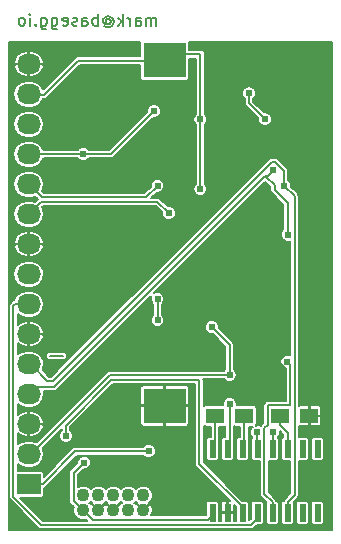
<source format=gbl>
G04 #@! TF.FileFunction,Copper,L2,Bot,Signal*
%FSLAX46Y46*%
G04 Gerber Fmt 4.6, Leading zero omitted, Abs format (unit mm)*
G04 Created by KiCad (PCBNEW (2015-01-02 BZR 5348)-product) date 1/7/2015 6:05:39 PM*
%MOMM*%
G01*
G04 APERTURE LIST*
%ADD10C,0.150000*%
%ADD11C,0.200000*%
%ADD12R,3.600000X3.000000*%
%ADD13R,1.500000X1.250000*%
%ADD14R,0.600000X1.500000*%
%ADD15C,1.100000*%
%ADD16R,2.032000X1.727200*%
%ADD17O,2.032000X1.727200*%
%ADD18C,0.610000*%
%ADD19C,0.620000*%
%ADD20C,0.152400*%
%ADD21C,0.203000*%
%ADD22C,0.160000*%
G04 APERTURE END LIST*
D10*
D11*
X172809524Y-36952381D02*
X172809524Y-36285714D01*
X172809524Y-36380952D02*
X172761905Y-36333333D01*
X172666667Y-36285714D01*
X172523809Y-36285714D01*
X172428571Y-36333333D01*
X172380952Y-36428571D01*
X172380952Y-36952381D01*
X172380952Y-36428571D02*
X172333333Y-36333333D01*
X172238095Y-36285714D01*
X172095238Y-36285714D01*
X172000000Y-36333333D01*
X171952381Y-36428571D01*
X171952381Y-36952381D01*
X171047619Y-36952381D02*
X171047619Y-36428571D01*
X171095238Y-36333333D01*
X171190476Y-36285714D01*
X171380953Y-36285714D01*
X171476191Y-36333333D01*
X171047619Y-36904762D02*
X171142857Y-36952381D01*
X171380953Y-36952381D01*
X171476191Y-36904762D01*
X171523810Y-36809524D01*
X171523810Y-36714286D01*
X171476191Y-36619048D01*
X171380953Y-36571429D01*
X171142857Y-36571429D01*
X171047619Y-36523810D01*
X170571429Y-36952381D02*
X170571429Y-36285714D01*
X170571429Y-36476190D02*
X170523810Y-36380952D01*
X170476191Y-36333333D01*
X170380953Y-36285714D01*
X170285714Y-36285714D01*
X169952381Y-36952381D02*
X169952381Y-35952381D01*
X169857143Y-36571429D02*
X169571428Y-36952381D01*
X169571428Y-36285714D02*
X169952381Y-36666667D01*
X168523809Y-36476190D02*
X168571428Y-36428571D01*
X168666666Y-36380952D01*
X168761904Y-36380952D01*
X168857142Y-36428571D01*
X168904762Y-36476190D01*
X168952381Y-36571429D01*
X168952381Y-36666667D01*
X168904762Y-36761905D01*
X168857142Y-36809524D01*
X168761904Y-36857143D01*
X168666666Y-36857143D01*
X168571428Y-36809524D01*
X168523809Y-36761905D01*
X168523809Y-36380952D02*
X168523809Y-36761905D01*
X168476190Y-36809524D01*
X168428571Y-36809524D01*
X168333333Y-36761905D01*
X168285714Y-36666667D01*
X168285714Y-36428571D01*
X168380952Y-36285714D01*
X168523809Y-36190476D01*
X168714285Y-36142857D01*
X168904762Y-36190476D01*
X169047619Y-36285714D01*
X169142857Y-36428571D01*
X169190476Y-36619048D01*
X169142857Y-36809524D01*
X169047619Y-36952381D01*
X168904762Y-37047619D01*
X168714285Y-37095238D01*
X168523809Y-37047619D01*
X168380952Y-36952381D01*
X167857143Y-36952381D02*
X167857143Y-35952381D01*
X167857143Y-36333333D02*
X167761905Y-36285714D01*
X167571428Y-36285714D01*
X167476190Y-36333333D01*
X167428571Y-36380952D01*
X167380952Y-36476190D01*
X167380952Y-36761905D01*
X167428571Y-36857143D01*
X167476190Y-36904762D01*
X167571428Y-36952381D01*
X167761905Y-36952381D01*
X167857143Y-36904762D01*
X166523809Y-36952381D02*
X166523809Y-36428571D01*
X166571428Y-36333333D01*
X166666666Y-36285714D01*
X166857143Y-36285714D01*
X166952381Y-36333333D01*
X166523809Y-36904762D02*
X166619047Y-36952381D01*
X166857143Y-36952381D01*
X166952381Y-36904762D01*
X167000000Y-36809524D01*
X167000000Y-36714286D01*
X166952381Y-36619048D01*
X166857143Y-36571429D01*
X166619047Y-36571429D01*
X166523809Y-36523810D01*
X166095238Y-36904762D02*
X166000000Y-36952381D01*
X165809524Y-36952381D01*
X165714285Y-36904762D01*
X165666666Y-36809524D01*
X165666666Y-36761905D01*
X165714285Y-36666667D01*
X165809524Y-36619048D01*
X165952381Y-36619048D01*
X166047619Y-36571429D01*
X166095238Y-36476190D01*
X166095238Y-36428571D01*
X166047619Y-36333333D01*
X165952381Y-36285714D01*
X165809524Y-36285714D01*
X165714285Y-36333333D01*
X164857142Y-36904762D02*
X164952380Y-36952381D01*
X165142857Y-36952381D01*
X165238095Y-36904762D01*
X165285714Y-36809524D01*
X165285714Y-36428571D01*
X165238095Y-36333333D01*
X165142857Y-36285714D01*
X164952380Y-36285714D01*
X164857142Y-36333333D01*
X164809523Y-36428571D01*
X164809523Y-36523810D01*
X165285714Y-36619048D01*
X163952380Y-36285714D02*
X163952380Y-37095238D01*
X163999999Y-37190476D01*
X164047618Y-37238095D01*
X164142857Y-37285714D01*
X164285714Y-37285714D01*
X164380952Y-37238095D01*
X163952380Y-36904762D02*
X164047618Y-36952381D01*
X164238095Y-36952381D01*
X164333333Y-36904762D01*
X164380952Y-36857143D01*
X164428571Y-36761905D01*
X164428571Y-36476190D01*
X164380952Y-36380952D01*
X164333333Y-36333333D01*
X164238095Y-36285714D01*
X164047618Y-36285714D01*
X163952380Y-36333333D01*
X163047618Y-36285714D02*
X163047618Y-37095238D01*
X163095237Y-37190476D01*
X163142856Y-37238095D01*
X163238095Y-37285714D01*
X163380952Y-37285714D01*
X163476190Y-37238095D01*
X163047618Y-36904762D02*
X163142856Y-36952381D01*
X163333333Y-36952381D01*
X163428571Y-36904762D01*
X163476190Y-36857143D01*
X163523809Y-36761905D01*
X163523809Y-36476190D01*
X163476190Y-36380952D01*
X163428571Y-36333333D01*
X163333333Y-36285714D01*
X163142856Y-36285714D01*
X163047618Y-36333333D01*
X162571428Y-36857143D02*
X162523809Y-36904762D01*
X162571428Y-36952381D01*
X162619047Y-36904762D01*
X162571428Y-36857143D01*
X162571428Y-36952381D01*
X162095238Y-36952381D02*
X162095238Y-36285714D01*
X162095238Y-35952381D02*
X162142857Y-36000000D01*
X162095238Y-36047619D01*
X162047619Y-36000000D01*
X162095238Y-35952381D01*
X162095238Y-36047619D01*
X161476191Y-36952381D02*
X161571429Y-36904762D01*
X161619048Y-36857143D01*
X161666667Y-36761905D01*
X161666667Y-36476190D01*
X161619048Y-36380952D01*
X161571429Y-36333333D01*
X161476191Y-36285714D01*
X161333333Y-36285714D01*
X161238095Y-36333333D01*
X161190476Y-36380952D01*
X161142857Y-36476190D01*
X161142857Y-36761905D01*
X161190476Y-36857143D01*
X161238095Y-36904762D01*
X161333333Y-36952381D01*
X161476191Y-36952381D01*
D12*
X173500000Y-39850000D03*
X173500000Y-69150000D03*
D13*
X177750000Y-70000000D03*
X180250000Y-70000000D03*
X185750000Y-70000000D03*
X183250000Y-70000000D03*
D14*
X177555000Y-72800000D03*
X178825000Y-72800000D03*
X180095000Y-72800000D03*
X181365000Y-72800000D03*
X182635000Y-72800000D03*
X183905000Y-72800000D03*
X185175000Y-72800000D03*
X186445000Y-72800000D03*
X186445000Y-78200000D03*
X185175000Y-78200000D03*
X183905000Y-78200000D03*
X182635000Y-78200000D03*
X181365000Y-78200000D03*
X180095000Y-78200000D03*
X178825000Y-78200000D03*
X177555000Y-78200000D03*
D15*
X166600000Y-78000000D03*
X166600000Y-76730000D03*
X167870000Y-78000000D03*
X167870000Y-76730000D03*
X169140000Y-78000000D03*
X169140000Y-76730000D03*
X170410000Y-78000000D03*
X170410000Y-76730000D03*
X171680000Y-78000000D03*
X171680000Y-76730000D03*
D16*
X162000000Y-75780000D03*
D17*
X162000000Y-73240000D03*
X162000000Y-70700000D03*
X162000000Y-68160000D03*
X162000000Y-65620000D03*
X162000000Y-63080000D03*
X162000000Y-60540000D03*
X162000000Y-58000000D03*
X162000000Y-55460000D03*
X162000000Y-52920000D03*
X162000000Y-50380000D03*
X162000000Y-47840000D03*
X162000000Y-45300000D03*
X162000000Y-42760000D03*
X162000000Y-40220000D03*
D18*
X170100000Y-57250000D03*
D19*
X176530000Y-50800000D03*
X166709410Y-73950000D03*
X176530000Y-44902755D03*
X172900000Y-60100000D03*
X172900000Y-61900000D03*
X172156780Y-72996780D03*
X178998230Y-66548230D03*
X177500000Y-62500000D03*
X182701782Y-49201782D03*
X183910590Y-54650000D03*
X183900000Y-65400000D03*
X172600000Y-44200000D03*
X166616685Y-47840000D03*
X182000000Y-44900000D03*
X180650000Y-42700000D03*
X183600000Y-50500000D03*
X165150000Y-71700000D03*
X181350000Y-71400000D03*
X182650000Y-71400000D03*
X179000000Y-69000000D03*
X172900000Y-50500000D03*
X173850000Y-52850000D03*
D20*
X163820000Y-64940000D02*
X164910000Y-64940000D01*
D21*
X173420000Y-39930000D02*
X166170000Y-39930000D01*
X173500000Y-39850000D02*
X173420000Y-39930000D01*
X166170000Y-39930000D02*
X163300000Y-42800000D01*
X163300000Y-42800000D02*
X162000000Y-42800000D01*
X162000000Y-42800000D02*
X162000000Y-42760000D01*
X173800000Y-39850000D02*
X174280000Y-39370000D01*
X173500000Y-39850000D02*
X173800000Y-39850000D01*
X174280000Y-39370000D02*
X176530000Y-39370000D01*
X167107999Y-78507999D02*
X166600000Y-78000000D01*
X167412701Y-78812701D02*
X167107999Y-78507999D01*
X177137299Y-78812701D02*
X167412701Y-78812701D01*
X177555000Y-78395000D02*
X177137299Y-78812701D01*
X177555000Y-78200000D02*
X177555000Y-78395000D01*
X166092001Y-77492001D02*
X166600000Y-78000000D01*
X165787299Y-77187299D02*
X166092001Y-77492001D01*
X165787299Y-74872111D02*
X165787299Y-77187299D01*
X166709410Y-73950000D02*
X165787299Y-74872111D01*
X176530000Y-44902755D02*
X176530000Y-50800000D01*
X176530000Y-39370000D02*
X176530000Y-44902755D01*
D20*
X172900000Y-60100000D02*
X172900000Y-61900000D01*
D22*
X162920859Y-76140000D02*
X162900000Y-76140000D01*
D20*
X163168400Y-75780000D02*
X165948400Y-73000000D01*
X162000000Y-75780000D02*
X163168400Y-75780000D01*
X165948400Y-73000000D02*
X172153560Y-73000000D01*
X172153560Y-73000000D02*
X172156780Y-72996780D01*
X178559824Y-66548230D02*
X178998230Y-66548230D01*
X168844170Y-66548230D02*
X178559824Y-66548230D01*
X162152400Y-73240000D02*
X168844170Y-66548230D01*
X162000000Y-73240000D02*
X162152400Y-73240000D01*
X178998230Y-66548230D02*
X178998230Y-63998230D01*
X178998230Y-63998230D02*
X177809999Y-62809999D01*
X177809999Y-62809999D02*
X177500000Y-62500000D01*
X183900000Y-65400000D02*
X184140000Y-65640000D01*
X184140000Y-65640000D02*
X184140000Y-69095599D01*
X184140000Y-69095599D02*
X182276479Y-69095599D01*
X182276479Y-69095599D02*
X182220599Y-69151479D01*
X182220599Y-69151479D02*
X182220599Y-70789401D01*
X182220599Y-70789401D02*
X181944401Y-71065599D01*
X181944401Y-71065599D02*
X181944401Y-76607001D01*
X181944401Y-76607001D02*
X182635000Y-77297600D01*
X182635000Y-77297600D02*
X182635000Y-78200000D01*
X162000000Y-68160000D02*
X162610000Y-67550000D01*
X162610000Y-67550000D02*
X164150000Y-67550000D01*
X164150000Y-67550000D02*
X182034269Y-49665731D01*
X182237833Y-49665731D02*
X182391783Y-49511781D01*
X182034269Y-49665731D02*
X182237833Y-49665731D01*
X182391783Y-49511781D02*
X182701782Y-49201782D01*
X182034269Y-49665731D02*
X182810000Y-50441462D01*
X182810000Y-50441462D02*
X182810000Y-50890000D01*
X182810000Y-50890000D02*
X183910590Y-51990590D01*
X183910590Y-51990590D02*
X183910590Y-54650000D01*
X168960000Y-47840000D02*
X172290001Y-44509999D01*
X172290001Y-44509999D02*
X172600000Y-44200000D01*
X166616685Y-47840000D02*
X168960000Y-47840000D01*
X162000000Y-47840000D02*
X166616685Y-47840000D01*
X182000000Y-44900000D02*
X180650000Y-43550000D01*
X180650000Y-43550000D02*
X180650000Y-43138406D01*
X180650000Y-43138406D02*
X180650000Y-42700000D01*
X183600000Y-50061594D02*
X183600000Y-50500000D01*
X162000000Y-65620000D02*
X162152400Y-65620000D01*
X162152400Y-65620000D02*
X163582400Y-67050000D01*
X182559401Y-48510599D02*
X182882913Y-48510599D01*
X163582400Y-67050000D02*
X164020000Y-67050000D01*
X164020000Y-67050000D02*
X182559401Y-48510599D01*
X183600000Y-49227686D02*
X183600000Y-50061594D01*
X182882913Y-48510599D02*
X183600000Y-49227686D01*
X184500000Y-76702600D02*
X183905000Y-77297600D01*
X183905000Y-77297600D02*
X183905000Y-78200000D01*
X184500000Y-51400000D02*
X184500000Y-76702600D01*
X183600000Y-50500000D02*
X184500000Y-51400000D01*
D21*
X173500000Y-76180000D02*
X171680000Y-78000000D01*
X173500000Y-69150000D02*
X173500000Y-76180000D01*
D20*
X181365000Y-78650000D02*
X181365000Y-78200000D01*
X180785599Y-79229401D02*
X181365000Y-78650000D01*
X163066879Y-79229401D02*
X180785599Y-79229401D01*
X160704599Y-76867121D02*
X163066879Y-79229401D01*
X160704599Y-60667001D02*
X160704599Y-76867121D01*
X160831600Y-60540000D02*
X160704599Y-60667001D01*
X162000000Y-60540000D02*
X160831600Y-60540000D01*
X165150000Y-71700000D02*
X165150000Y-70820000D01*
X165150000Y-70820000D02*
X169000000Y-66970000D01*
X169000000Y-66970000D02*
X176440000Y-66970000D01*
X176440000Y-66970000D02*
X176440000Y-74095000D01*
X176440000Y-74095000D02*
X180095000Y-77750000D01*
X180095000Y-77750000D02*
X180095000Y-78200000D01*
X177750000Y-72605000D02*
X177555000Y-72800000D01*
X177750000Y-70000000D02*
X177750000Y-72605000D01*
X180250000Y-72645000D02*
X180095000Y-72800000D01*
X180250000Y-70000000D02*
X180250000Y-72645000D01*
X181350000Y-72785000D02*
X181365000Y-72800000D01*
X181350000Y-71400000D02*
X181350000Y-72785000D01*
X182635000Y-72800000D02*
X182635000Y-71415000D01*
X182635000Y-71415000D02*
X182650000Y-71400000D01*
X179000000Y-72625000D02*
X178825000Y-72800000D01*
X179000000Y-69000000D02*
X179000000Y-72625000D01*
X183250000Y-70000000D02*
X183250000Y-70777400D01*
X183250000Y-70777400D02*
X183905000Y-71432400D01*
X183905000Y-71432400D02*
X183905000Y-71897600D01*
X183905000Y-71897600D02*
X183905000Y-72800000D01*
X162000000Y-50380000D02*
X163130000Y-51510000D01*
X163130000Y-51510000D02*
X171890000Y-51510000D01*
X171890000Y-51510000D02*
X172900000Y-50500000D01*
X162000000Y-52920000D02*
X163040000Y-51880000D01*
X163040000Y-51880000D02*
X172880000Y-51880000D01*
X172880000Y-51880000D02*
X173850000Y-52850000D01*
G36*
X169872050Y-77365084D02*
X169734849Y-77502046D01*
X169695925Y-77484804D01*
X169180729Y-78000000D01*
X169194871Y-78014142D01*
X169154142Y-78054871D01*
X169140000Y-78040729D01*
X169125857Y-78054871D01*
X169085128Y-78014142D01*
X169099271Y-78000000D01*
X168584075Y-77484804D01*
X168505000Y-77519831D01*
X168425925Y-77484804D01*
X167910729Y-78000000D01*
X167924871Y-78014142D01*
X167884142Y-78054871D01*
X167870000Y-78040729D01*
X167855857Y-78054871D01*
X167815128Y-78014142D01*
X167829271Y-78000000D01*
X167314075Y-77484804D01*
X167274936Y-77502141D01*
X167137949Y-77364915D01*
X167235084Y-77267949D01*
X167372046Y-77405150D01*
X167354804Y-77444075D01*
X167870000Y-77959271D01*
X168385196Y-77444075D01*
X168367858Y-77404936D01*
X168505084Y-77267949D01*
X168642046Y-77405150D01*
X168624804Y-77444075D01*
X169140000Y-77959271D01*
X169655196Y-77444075D01*
X169637858Y-77404936D01*
X169775084Y-77267949D01*
X169872050Y-77365084D01*
X169872050Y-77365084D01*
G37*
X169872050Y-77365084D02*
X169734849Y-77502046D01*
X169695925Y-77484804D01*
X169180729Y-78000000D01*
X169194871Y-78014142D01*
X169154142Y-78054871D01*
X169140000Y-78040729D01*
X169125857Y-78054871D01*
X169085128Y-78014142D01*
X169099271Y-78000000D01*
X168584075Y-77484804D01*
X168505000Y-77519831D01*
X168425925Y-77484804D01*
X167910729Y-78000000D01*
X167924871Y-78014142D01*
X167884142Y-78054871D01*
X167870000Y-78040729D01*
X167855857Y-78054871D01*
X167815128Y-78014142D01*
X167829271Y-78000000D01*
X167314075Y-77484804D01*
X167274936Y-77502141D01*
X167137949Y-77364915D01*
X167235084Y-77267949D01*
X167372046Y-77405150D01*
X167354804Y-77444075D01*
X167870000Y-77959271D01*
X168385196Y-77444075D01*
X168367858Y-77404936D01*
X168505084Y-77267949D01*
X168642046Y-77405150D01*
X168624804Y-77444075D01*
X169140000Y-77959271D01*
X169655196Y-77444075D01*
X169637858Y-77404936D01*
X169775084Y-77267949D01*
X169872050Y-77365084D01*
G36*
X179510126Y-78873801D02*
X179381200Y-78873801D01*
X179381200Y-78292850D01*
X179317150Y-78228800D01*
X178853800Y-78228800D01*
X178853800Y-78248800D01*
X178796200Y-78248800D01*
X178796200Y-78228800D01*
X178796200Y-78171200D01*
X178796200Y-77257850D01*
X178732150Y-77193800D01*
X178575961Y-77193800D01*
X178474038Y-77193800D01*
X178379874Y-77232804D01*
X178307804Y-77304875D01*
X178268800Y-77399039D01*
X178268800Y-78107150D01*
X178332850Y-78171200D01*
X178796200Y-78171200D01*
X178796200Y-78228800D01*
X178332850Y-78228800D01*
X178268800Y-78292850D01*
X178268800Y-78873801D01*
X178139874Y-78873801D01*
X178139874Y-77450000D01*
X178119204Y-77343466D01*
X178057696Y-77249832D01*
X177964842Y-77187154D01*
X177855000Y-77165126D01*
X177255000Y-77165126D01*
X177148466Y-77185796D01*
X177054832Y-77247304D01*
X176992154Y-77340158D01*
X176970126Y-77450000D01*
X176970126Y-78431801D01*
X175556200Y-78431801D01*
X175556200Y-70700962D01*
X175556200Y-70599039D01*
X175556200Y-69242850D01*
X175556200Y-69057150D01*
X175556200Y-67700961D01*
X175556200Y-67599038D01*
X175517196Y-67504874D01*
X175445125Y-67432804D01*
X175350961Y-67393800D01*
X173592850Y-67393800D01*
X173528800Y-67457850D01*
X173528800Y-69121200D01*
X175492150Y-69121200D01*
X175556200Y-69057150D01*
X175556200Y-69242850D01*
X175492150Y-69178800D01*
X173528800Y-69178800D01*
X173528800Y-70842150D01*
X173592850Y-70906200D01*
X175350961Y-70906200D01*
X175445125Y-70867196D01*
X175517196Y-70795126D01*
X175556200Y-70700962D01*
X175556200Y-78431801D01*
X173471200Y-78431801D01*
X173471200Y-70842150D01*
X173471200Y-69178800D01*
X173471200Y-69121200D01*
X173471200Y-67457850D01*
X173407150Y-67393800D01*
X171649039Y-67393800D01*
X171554875Y-67432804D01*
X171482804Y-67504874D01*
X171443800Y-67599038D01*
X171443800Y-67700961D01*
X171443800Y-69057150D01*
X171507850Y-69121200D01*
X173471200Y-69121200D01*
X173471200Y-69178800D01*
X171507850Y-69178800D01*
X171443800Y-69242850D01*
X171443800Y-70599039D01*
X171443800Y-70700962D01*
X171482804Y-70795126D01*
X171554875Y-70867196D01*
X171649039Y-70906200D01*
X173407150Y-70906200D01*
X173471200Y-70842150D01*
X173471200Y-78431801D01*
X172373162Y-78431801D01*
X172485515Y-78163769D01*
X172486870Y-77843046D01*
X172365387Y-77546217D01*
X172361527Y-77540441D01*
X172235925Y-77484804D01*
X171720729Y-78000000D01*
X171734871Y-78014142D01*
X171694142Y-78054871D01*
X171680000Y-78040729D01*
X171665857Y-78054871D01*
X171625128Y-78014142D01*
X171639271Y-78000000D01*
X171124075Y-77484804D01*
X171084936Y-77502141D01*
X170947949Y-77364915D01*
X171045084Y-77267949D01*
X171182046Y-77405150D01*
X171164804Y-77444075D01*
X171680000Y-77959271D01*
X172195196Y-77444075D01*
X172177858Y-77404936D01*
X172382721Y-77200431D01*
X172509256Y-76895702D01*
X172509544Y-76565746D01*
X172383541Y-76260796D01*
X172150431Y-76027279D01*
X171845702Y-75900744D01*
X171515746Y-75900456D01*
X171210796Y-76026459D01*
X171044915Y-76192050D01*
X170880431Y-76027279D01*
X170575702Y-75900744D01*
X170245746Y-75900456D01*
X169940796Y-76026459D01*
X169774915Y-76192050D01*
X169610431Y-76027279D01*
X169305702Y-75900744D01*
X168975746Y-75900456D01*
X168670796Y-76026459D01*
X168504915Y-76192050D01*
X168340431Y-76027279D01*
X168035702Y-75900744D01*
X167705746Y-75900456D01*
X167400796Y-76026459D01*
X167234915Y-76192050D01*
X167070431Y-76027279D01*
X166765702Y-75900744D01*
X166435746Y-75900456D01*
X166168199Y-76011004D01*
X166168199Y-75029885D01*
X166658728Y-74539355D01*
X166826135Y-74539502D01*
X167042842Y-74449960D01*
X167208788Y-74284304D01*
X167298707Y-74067753D01*
X167298912Y-73833275D01*
X167209370Y-73616568D01*
X167043714Y-73450622D01*
X166827163Y-73360703D01*
X166592685Y-73360498D01*
X166375978Y-73450040D01*
X166210032Y-73615696D01*
X166120113Y-73832247D01*
X166119965Y-74000770D01*
X165517962Y-74602774D01*
X165435393Y-74726347D01*
X165406399Y-74872111D01*
X165406399Y-77187299D01*
X165435393Y-77333063D01*
X165517962Y-77456636D01*
X165807384Y-77746058D01*
X165770744Y-77834298D01*
X165770456Y-78164254D01*
X165896459Y-78469204D01*
X166129569Y-78702721D01*
X166434298Y-78829256D01*
X166764254Y-78829544D01*
X166853849Y-78792523D01*
X166935127Y-78873801D01*
X163214172Y-78873801D01*
X161268846Y-76928474D01*
X163016000Y-76928474D01*
X163122534Y-76907804D01*
X163216168Y-76846296D01*
X163278846Y-76753442D01*
X163300874Y-76643600D01*
X163300874Y-76109249D01*
X163304482Y-76108532D01*
X163304483Y-76108532D01*
X163419847Y-76031447D01*
X166095694Y-73355600D01*
X171682163Y-73355600D01*
X171822476Y-73496158D01*
X172039027Y-73586077D01*
X172273505Y-73586282D01*
X172490212Y-73496740D01*
X172656158Y-73331084D01*
X172746077Y-73114533D01*
X172746282Y-72880055D01*
X172656740Y-72663348D01*
X172491084Y-72497402D01*
X172274533Y-72407483D01*
X172040055Y-72407278D01*
X171823348Y-72496820D01*
X171675509Y-72644400D01*
X165948400Y-72644400D01*
X165812318Y-72671468D01*
X165696953Y-72748553D01*
X163300874Y-75144632D01*
X163300874Y-74916400D01*
X163280204Y-74809866D01*
X163218696Y-74716232D01*
X163125842Y-74653554D01*
X163016000Y-74631526D01*
X161060199Y-74631526D01*
X161060199Y-74079092D01*
X161384815Y-74295994D01*
X161822222Y-74383000D01*
X162177778Y-74383000D01*
X162615185Y-74295994D01*
X162986001Y-74048223D01*
X163233772Y-73677407D01*
X163320778Y-73240000D01*
X163233772Y-72802593D01*
X163177266Y-72718027D01*
X164794400Y-71100894D01*
X164794400Y-71222169D01*
X164650622Y-71365696D01*
X164560703Y-71582247D01*
X164560498Y-71816725D01*
X164650040Y-72033432D01*
X164815696Y-72199378D01*
X165032247Y-72289297D01*
X165266725Y-72289502D01*
X165483432Y-72199960D01*
X165649378Y-72034304D01*
X165739297Y-71817753D01*
X165739502Y-71583275D01*
X165649960Y-71366568D01*
X165505600Y-71221955D01*
X165505600Y-70967294D01*
X169147294Y-67325600D01*
X176084400Y-67325600D01*
X176084400Y-74095000D01*
X176111468Y-74231083D01*
X176188553Y-74346447D01*
X179035906Y-77193800D01*
X178917850Y-77193800D01*
X178853800Y-77257850D01*
X178853800Y-78171200D01*
X179317150Y-78171200D01*
X179381200Y-78107150D01*
X179381200Y-77539094D01*
X179510126Y-77668020D01*
X179510126Y-78873801D01*
X179510126Y-78873801D01*
G37*
X179510126Y-78873801D02*
X179381200Y-78873801D01*
X179381200Y-78292850D01*
X179317150Y-78228800D01*
X178853800Y-78228800D01*
X178853800Y-78248800D01*
X178796200Y-78248800D01*
X178796200Y-78228800D01*
X178796200Y-78171200D01*
X178796200Y-77257850D01*
X178732150Y-77193800D01*
X178575961Y-77193800D01*
X178474038Y-77193800D01*
X178379874Y-77232804D01*
X178307804Y-77304875D01*
X178268800Y-77399039D01*
X178268800Y-78107150D01*
X178332850Y-78171200D01*
X178796200Y-78171200D01*
X178796200Y-78228800D01*
X178332850Y-78228800D01*
X178268800Y-78292850D01*
X178268800Y-78873801D01*
X178139874Y-78873801D01*
X178139874Y-77450000D01*
X178119204Y-77343466D01*
X178057696Y-77249832D01*
X177964842Y-77187154D01*
X177855000Y-77165126D01*
X177255000Y-77165126D01*
X177148466Y-77185796D01*
X177054832Y-77247304D01*
X176992154Y-77340158D01*
X176970126Y-77450000D01*
X176970126Y-78431801D01*
X175556200Y-78431801D01*
X175556200Y-70700962D01*
X175556200Y-70599039D01*
X175556200Y-69242850D01*
X175556200Y-69057150D01*
X175556200Y-67700961D01*
X175556200Y-67599038D01*
X175517196Y-67504874D01*
X175445125Y-67432804D01*
X175350961Y-67393800D01*
X173592850Y-67393800D01*
X173528800Y-67457850D01*
X173528800Y-69121200D01*
X175492150Y-69121200D01*
X175556200Y-69057150D01*
X175556200Y-69242850D01*
X175492150Y-69178800D01*
X173528800Y-69178800D01*
X173528800Y-70842150D01*
X173592850Y-70906200D01*
X175350961Y-70906200D01*
X175445125Y-70867196D01*
X175517196Y-70795126D01*
X175556200Y-70700962D01*
X175556200Y-78431801D01*
X173471200Y-78431801D01*
X173471200Y-70842150D01*
X173471200Y-69178800D01*
X173471200Y-69121200D01*
X173471200Y-67457850D01*
X173407150Y-67393800D01*
X171649039Y-67393800D01*
X171554875Y-67432804D01*
X171482804Y-67504874D01*
X171443800Y-67599038D01*
X171443800Y-67700961D01*
X171443800Y-69057150D01*
X171507850Y-69121200D01*
X173471200Y-69121200D01*
X173471200Y-69178800D01*
X171507850Y-69178800D01*
X171443800Y-69242850D01*
X171443800Y-70599039D01*
X171443800Y-70700962D01*
X171482804Y-70795126D01*
X171554875Y-70867196D01*
X171649039Y-70906200D01*
X173407150Y-70906200D01*
X173471200Y-70842150D01*
X173471200Y-78431801D01*
X172373162Y-78431801D01*
X172485515Y-78163769D01*
X172486870Y-77843046D01*
X172365387Y-77546217D01*
X172361527Y-77540441D01*
X172235925Y-77484804D01*
X171720729Y-78000000D01*
X171734871Y-78014142D01*
X171694142Y-78054871D01*
X171680000Y-78040729D01*
X171665857Y-78054871D01*
X171625128Y-78014142D01*
X171639271Y-78000000D01*
X171124075Y-77484804D01*
X171084936Y-77502141D01*
X170947949Y-77364915D01*
X171045084Y-77267949D01*
X171182046Y-77405150D01*
X171164804Y-77444075D01*
X171680000Y-77959271D01*
X172195196Y-77444075D01*
X172177858Y-77404936D01*
X172382721Y-77200431D01*
X172509256Y-76895702D01*
X172509544Y-76565746D01*
X172383541Y-76260796D01*
X172150431Y-76027279D01*
X171845702Y-75900744D01*
X171515746Y-75900456D01*
X171210796Y-76026459D01*
X171044915Y-76192050D01*
X170880431Y-76027279D01*
X170575702Y-75900744D01*
X170245746Y-75900456D01*
X169940796Y-76026459D01*
X169774915Y-76192050D01*
X169610431Y-76027279D01*
X169305702Y-75900744D01*
X168975746Y-75900456D01*
X168670796Y-76026459D01*
X168504915Y-76192050D01*
X168340431Y-76027279D01*
X168035702Y-75900744D01*
X167705746Y-75900456D01*
X167400796Y-76026459D01*
X167234915Y-76192050D01*
X167070431Y-76027279D01*
X166765702Y-75900744D01*
X166435746Y-75900456D01*
X166168199Y-76011004D01*
X166168199Y-75029885D01*
X166658728Y-74539355D01*
X166826135Y-74539502D01*
X167042842Y-74449960D01*
X167208788Y-74284304D01*
X167298707Y-74067753D01*
X167298912Y-73833275D01*
X167209370Y-73616568D01*
X167043714Y-73450622D01*
X166827163Y-73360703D01*
X166592685Y-73360498D01*
X166375978Y-73450040D01*
X166210032Y-73615696D01*
X166120113Y-73832247D01*
X166119965Y-74000770D01*
X165517962Y-74602774D01*
X165435393Y-74726347D01*
X165406399Y-74872111D01*
X165406399Y-77187299D01*
X165435393Y-77333063D01*
X165517962Y-77456636D01*
X165807384Y-77746058D01*
X165770744Y-77834298D01*
X165770456Y-78164254D01*
X165896459Y-78469204D01*
X166129569Y-78702721D01*
X166434298Y-78829256D01*
X166764254Y-78829544D01*
X166853849Y-78792523D01*
X166935127Y-78873801D01*
X163214172Y-78873801D01*
X161268846Y-76928474D01*
X163016000Y-76928474D01*
X163122534Y-76907804D01*
X163216168Y-76846296D01*
X163278846Y-76753442D01*
X163300874Y-76643600D01*
X163300874Y-76109249D01*
X163304482Y-76108532D01*
X163304483Y-76108532D01*
X163419847Y-76031447D01*
X166095694Y-73355600D01*
X171682163Y-73355600D01*
X171822476Y-73496158D01*
X172039027Y-73586077D01*
X172273505Y-73586282D01*
X172490212Y-73496740D01*
X172656158Y-73331084D01*
X172746077Y-73114533D01*
X172746282Y-72880055D01*
X172656740Y-72663348D01*
X172491084Y-72497402D01*
X172274533Y-72407483D01*
X172040055Y-72407278D01*
X171823348Y-72496820D01*
X171675509Y-72644400D01*
X165948400Y-72644400D01*
X165812318Y-72671468D01*
X165696953Y-72748553D01*
X163300874Y-75144632D01*
X163300874Y-74916400D01*
X163280204Y-74809866D01*
X163218696Y-74716232D01*
X163125842Y-74653554D01*
X163016000Y-74631526D01*
X161060199Y-74631526D01*
X161060199Y-74079092D01*
X161384815Y-74295994D01*
X161822222Y-74383000D01*
X162177778Y-74383000D01*
X162615185Y-74295994D01*
X162986001Y-74048223D01*
X163233772Y-73677407D01*
X163320778Y-73240000D01*
X163233772Y-72802593D01*
X163177266Y-72718027D01*
X164794400Y-71100894D01*
X164794400Y-71222169D01*
X164650622Y-71365696D01*
X164560703Y-71582247D01*
X164560498Y-71816725D01*
X164650040Y-72033432D01*
X164815696Y-72199378D01*
X165032247Y-72289297D01*
X165266725Y-72289502D01*
X165483432Y-72199960D01*
X165649378Y-72034304D01*
X165739297Y-71817753D01*
X165739502Y-71583275D01*
X165649960Y-71366568D01*
X165505600Y-71221955D01*
X165505600Y-70967294D01*
X169147294Y-67325600D01*
X176084400Y-67325600D01*
X176084400Y-74095000D01*
X176111468Y-74231083D01*
X176188553Y-74346447D01*
X179035906Y-77193800D01*
X178917850Y-77193800D01*
X178853800Y-77257850D01*
X178853800Y-78171200D01*
X179317150Y-78171200D01*
X179381200Y-78107150D01*
X179381200Y-77539094D01*
X179510126Y-77668020D01*
X179510126Y-78873801D01*
G36*
X184144400Y-64863290D02*
X184017753Y-64810703D01*
X183783275Y-64810498D01*
X183566568Y-64900040D01*
X183400622Y-65065696D01*
X183310703Y-65282247D01*
X183310498Y-65516725D01*
X183400040Y-65733432D01*
X183565696Y-65899378D01*
X183782247Y-65989297D01*
X183784400Y-65989298D01*
X183784400Y-68739999D01*
X182276479Y-68739999D01*
X182140396Y-68767067D01*
X182025032Y-68844152D01*
X181969152Y-68900032D01*
X181892067Y-69015396D01*
X181864999Y-69151479D01*
X181864999Y-70642107D01*
X181692954Y-70814152D01*
X181645845Y-70884652D01*
X181467753Y-70810703D01*
X181233275Y-70810498D01*
X181203461Y-70822816D01*
X181262846Y-70734842D01*
X181284874Y-70625000D01*
X181284874Y-69375000D01*
X181264204Y-69268466D01*
X181202696Y-69174832D01*
X181109842Y-69112154D01*
X181000000Y-69090126D01*
X179589321Y-69090126D01*
X179589502Y-68883275D01*
X179499960Y-68666568D01*
X179334304Y-68500622D01*
X179117753Y-68410703D01*
X178883275Y-68410498D01*
X178666568Y-68500040D01*
X178500622Y-68665696D01*
X178410703Y-68882247D01*
X178410521Y-69090126D01*
X177000000Y-69090126D01*
X176893466Y-69110796D01*
X176799832Y-69172304D01*
X176795600Y-69178573D01*
X176795600Y-66970000D01*
X176782438Y-66903830D01*
X178520399Y-66903830D01*
X178663926Y-67047608D01*
X178880477Y-67137527D01*
X179114955Y-67137732D01*
X179331662Y-67048190D01*
X179497608Y-66882534D01*
X179587527Y-66665983D01*
X179587732Y-66431505D01*
X179498190Y-66214798D01*
X179353830Y-66070185D01*
X179353830Y-63998230D01*
X179326762Y-63862148D01*
X179326761Y-63862147D01*
X179249677Y-63746783D01*
X178089324Y-62586430D01*
X178089502Y-62383275D01*
X177999960Y-62166568D01*
X177834304Y-62000622D01*
X177617753Y-61910703D01*
X177383275Y-61910498D01*
X177166568Y-62000040D01*
X177000622Y-62165696D01*
X176910703Y-62382247D01*
X176910498Y-62616725D01*
X177000040Y-62833432D01*
X177165696Y-62999378D01*
X177382247Y-63089297D01*
X177586581Y-63089475D01*
X178642630Y-64145524D01*
X178642630Y-66070399D01*
X178520185Y-66192630D01*
X168844170Y-66192630D01*
X168708087Y-66219698D01*
X168592723Y-66296783D01*
X163253543Y-71635962D01*
X163253543Y-70903563D01*
X163253543Y-70496437D01*
X163197982Y-70298079D01*
X162964583Y-69928547D01*
X162607537Y-69676461D01*
X162181200Y-69580200D01*
X162028800Y-69580200D01*
X162028800Y-70671200D01*
X163207757Y-70671200D01*
X163253543Y-70496437D01*
X163253543Y-70903563D01*
X163207757Y-70728800D01*
X162028800Y-70728800D01*
X162028800Y-71819800D01*
X162181200Y-71819800D01*
X162607537Y-71723539D01*
X162964583Y-71471453D01*
X163197982Y-71101921D01*
X163253543Y-70903563D01*
X163253543Y-71635962D01*
X162669324Y-72220181D01*
X162615185Y-72184006D01*
X162177778Y-72097000D01*
X161822222Y-72097000D01*
X161384815Y-72184006D01*
X161060199Y-72400907D01*
X161060199Y-71488949D01*
X161392463Y-71723539D01*
X161818800Y-71819800D01*
X161971200Y-71819800D01*
X161971200Y-70728800D01*
X161951200Y-70728800D01*
X161951200Y-70671200D01*
X161971200Y-70671200D01*
X161971200Y-69580200D01*
X161818800Y-69580200D01*
X161392463Y-69676461D01*
X161060199Y-69911050D01*
X161060199Y-68999092D01*
X161384815Y-69215994D01*
X161822222Y-69303000D01*
X162177778Y-69303000D01*
X162615185Y-69215994D01*
X162986001Y-68968223D01*
X163233772Y-68597407D01*
X163320778Y-68160000D01*
X163270174Y-67905600D01*
X164150000Y-67905600D01*
X164286082Y-67878532D01*
X164286083Y-67878532D01*
X164401447Y-67801447D01*
X172374650Y-59828243D01*
X172310703Y-59982247D01*
X172310498Y-60216725D01*
X172400040Y-60433432D01*
X172544400Y-60578044D01*
X172544400Y-61422169D01*
X172400622Y-61565696D01*
X172310703Y-61782247D01*
X172310498Y-62016725D01*
X172400040Y-62233432D01*
X172565696Y-62399378D01*
X172782247Y-62489297D01*
X173016725Y-62489502D01*
X173233432Y-62399960D01*
X173399378Y-62234304D01*
X173489297Y-62017753D01*
X173489502Y-61783275D01*
X173399960Y-61566568D01*
X173255600Y-61421955D01*
X173255600Y-60577830D01*
X173399378Y-60434304D01*
X173489297Y-60217753D01*
X173489502Y-59983275D01*
X173399960Y-59766568D01*
X173234304Y-59600622D01*
X173017753Y-59510703D01*
X172783275Y-59510498D01*
X172628404Y-59574489D01*
X182034268Y-50168625D01*
X182454400Y-50588756D01*
X182454400Y-50890000D01*
X182481468Y-51026083D01*
X182558553Y-51141447D01*
X183554990Y-52137884D01*
X183554990Y-54172169D01*
X183411212Y-54315696D01*
X183321293Y-54532247D01*
X183321088Y-54766725D01*
X183410630Y-54983432D01*
X183576286Y-55149378D01*
X183792837Y-55239297D01*
X184027315Y-55239502D01*
X184144400Y-55191123D01*
X184144400Y-64863290D01*
X184144400Y-64863290D01*
G37*
X184144400Y-64863290D02*
X184017753Y-64810703D01*
X183783275Y-64810498D01*
X183566568Y-64900040D01*
X183400622Y-65065696D01*
X183310703Y-65282247D01*
X183310498Y-65516725D01*
X183400040Y-65733432D01*
X183565696Y-65899378D01*
X183782247Y-65989297D01*
X183784400Y-65989298D01*
X183784400Y-68739999D01*
X182276479Y-68739999D01*
X182140396Y-68767067D01*
X182025032Y-68844152D01*
X181969152Y-68900032D01*
X181892067Y-69015396D01*
X181864999Y-69151479D01*
X181864999Y-70642107D01*
X181692954Y-70814152D01*
X181645845Y-70884652D01*
X181467753Y-70810703D01*
X181233275Y-70810498D01*
X181203461Y-70822816D01*
X181262846Y-70734842D01*
X181284874Y-70625000D01*
X181284874Y-69375000D01*
X181264204Y-69268466D01*
X181202696Y-69174832D01*
X181109842Y-69112154D01*
X181000000Y-69090126D01*
X179589321Y-69090126D01*
X179589502Y-68883275D01*
X179499960Y-68666568D01*
X179334304Y-68500622D01*
X179117753Y-68410703D01*
X178883275Y-68410498D01*
X178666568Y-68500040D01*
X178500622Y-68665696D01*
X178410703Y-68882247D01*
X178410521Y-69090126D01*
X177000000Y-69090126D01*
X176893466Y-69110796D01*
X176799832Y-69172304D01*
X176795600Y-69178573D01*
X176795600Y-66970000D01*
X176782438Y-66903830D01*
X178520399Y-66903830D01*
X178663926Y-67047608D01*
X178880477Y-67137527D01*
X179114955Y-67137732D01*
X179331662Y-67048190D01*
X179497608Y-66882534D01*
X179587527Y-66665983D01*
X179587732Y-66431505D01*
X179498190Y-66214798D01*
X179353830Y-66070185D01*
X179353830Y-63998230D01*
X179326762Y-63862148D01*
X179326761Y-63862147D01*
X179249677Y-63746783D01*
X178089324Y-62586430D01*
X178089502Y-62383275D01*
X177999960Y-62166568D01*
X177834304Y-62000622D01*
X177617753Y-61910703D01*
X177383275Y-61910498D01*
X177166568Y-62000040D01*
X177000622Y-62165696D01*
X176910703Y-62382247D01*
X176910498Y-62616725D01*
X177000040Y-62833432D01*
X177165696Y-62999378D01*
X177382247Y-63089297D01*
X177586581Y-63089475D01*
X178642630Y-64145524D01*
X178642630Y-66070399D01*
X178520185Y-66192630D01*
X168844170Y-66192630D01*
X168708087Y-66219698D01*
X168592723Y-66296783D01*
X163253543Y-71635962D01*
X163253543Y-70903563D01*
X163253543Y-70496437D01*
X163197982Y-70298079D01*
X162964583Y-69928547D01*
X162607537Y-69676461D01*
X162181200Y-69580200D01*
X162028800Y-69580200D01*
X162028800Y-70671200D01*
X163207757Y-70671200D01*
X163253543Y-70496437D01*
X163253543Y-70903563D01*
X163207757Y-70728800D01*
X162028800Y-70728800D01*
X162028800Y-71819800D01*
X162181200Y-71819800D01*
X162607537Y-71723539D01*
X162964583Y-71471453D01*
X163197982Y-71101921D01*
X163253543Y-70903563D01*
X163253543Y-71635962D01*
X162669324Y-72220181D01*
X162615185Y-72184006D01*
X162177778Y-72097000D01*
X161822222Y-72097000D01*
X161384815Y-72184006D01*
X161060199Y-72400907D01*
X161060199Y-71488949D01*
X161392463Y-71723539D01*
X161818800Y-71819800D01*
X161971200Y-71819800D01*
X161971200Y-70728800D01*
X161951200Y-70728800D01*
X161951200Y-70671200D01*
X161971200Y-70671200D01*
X161971200Y-69580200D01*
X161818800Y-69580200D01*
X161392463Y-69676461D01*
X161060199Y-69911050D01*
X161060199Y-68999092D01*
X161384815Y-69215994D01*
X161822222Y-69303000D01*
X162177778Y-69303000D01*
X162615185Y-69215994D01*
X162986001Y-68968223D01*
X163233772Y-68597407D01*
X163320778Y-68160000D01*
X163270174Y-67905600D01*
X164150000Y-67905600D01*
X164286082Y-67878532D01*
X164286083Y-67878532D01*
X164401447Y-67801447D01*
X172374650Y-59828243D01*
X172310703Y-59982247D01*
X172310498Y-60216725D01*
X172400040Y-60433432D01*
X172544400Y-60578044D01*
X172544400Y-61422169D01*
X172400622Y-61565696D01*
X172310703Y-61782247D01*
X172310498Y-62016725D01*
X172400040Y-62233432D01*
X172565696Y-62399378D01*
X172782247Y-62489297D01*
X173016725Y-62489502D01*
X173233432Y-62399960D01*
X173399378Y-62234304D01*
X173489297Y-62017753D01*
X173489502Y-61783275D01*
X173399960Y-61566568D01*
X173255600Y-61421955D01*
X173255600Y-60577830D01*
X173399378Y-60434304D01*
X173489297Y-60217753D01*
X173489502Y-59983275D01*
X173399960Y-59766568D01*
X173234304Y-59600622D01*
X173017753Y-59510703D01*
X172783275Y-59510498D01*
X172628404Y-59574489D01*
X182034268Y-50168625D01*
X182454400Y-50588756D01*
X182454400Y-50890000D01*
X182481468Y-51026083D01*
X182558553Y-51141447D01*
X183554990Y-52137884D01*
X183554990Y-54172169D01*
X183411212Y-54315696D01*
X183321293Y-54532247D01*
X183321088Y-54766725D01*
X183410630Y-54983432D01*
X183576286Y-55149378D01*
X183792837Y-55239297D01*
X184027315Y-55239502D01*
X184144400Y-55191123D01*
X184144400Y-64863290D01*
G36*
X187673800Y-79673800D02*
X187029874Y-79673800D01*
X187029874Y-78950000D01*
X187029874Y-77450000D01*
X187029874Y-73550000D01*
X187029874Y-72050000D01*
X187009204Y-71943466D01*
X186947696Y-71849832D01*
X186854842Y-71787154D01*
X186756200Y-71767372D01*
X186756200Y-70675962D01*
X186756200Y-70574039D01*
X186756200Y-70092850D01*
X186756200Y-69907150D01*
X186756200Y-69425961D01*
X186756200Y-69324038D01*
X186717196Y-69229874D01*
X186645125Y-69157804D01*
X186550961Y-69118800D01*
X185842850Y-69118800D01*
X185778800Y-69182850D01*
X185778800Y-69971200D01*
X186692150Y-69971200D01*
X186756200Y-69907150D01*
X186756200Y-70092850D01*
X186692150Y-70028800D01*
X185778800Y-70028800D01*
X185778800Y-70817150D01*
X185842850Y-70881200D01*
X186550961Y-70881200D01*
X186645125Y-70842196D01*
X186717196Y-70770126D01*
X186756200Y-70675962D01*
X186756200Y-71767372D01*
X186745000Y-71765126D01*
X186145000Y-71765126D01*
X186038466Y-71785796D01*
X185944832Y-71847304D01*
X185882154Y-71940158D01*
X185860126Y-72050000D01*
X185860126Y-73550000D01*
X185880796Y-73656534D01*
X185942304Y-73750168D01*
X186035158Y-73812846D01*
X186145000Y-73834874D01*
X186745000Y-73834874D01*
X186851534Y-73814204D01*
X186945168Y-73752696D01*
X187007846Y-73659842D01*
X187029874Y-73550000D01*
X187029874Y-77450000D01*
X187009204Y-77343466D01*
X186947696Y-77249832D01*
X186854842Y-77187154D01*
X186745000Y-77165126D01*
X186145000Y-77165126D01*
X186038466Y-77185796D01*
X185944832Y-77247304D01*
X185882154Y-77340158D01*
X185860126Y-77450000D01*
X185860126Y-78950000D01*
X185880796Y-79056534D01*
X185942304Y-79150168D01*
X186035158Y-79212846D01*
X186145000Y-79234874D01*
X186745000Y-79234874D01*
X186851534Y-79214204D01*
X186945168Y-79152696D01*
X187007846Y-79059842D01*
X187029874Y-78950000D01*
X187029874Y-79673800D01*
X185759874Y-79673800D01*
X185759874Y-78950000D01*
X185759874Y-77450000D01*
X185759874Y-73550000D01*
X185759874Y-72050000D01*
X185739204Y-71943466D01*
X185677696Y-71849832D01*
X185584842Y-71787154D01*
X185475000Y-71765126D01*
X184875000Y-71765126D01*
X184855600Y-71768890D01*
X184855600Y-70842496D01*
X184949039Y-70881200D01*
X185657150Y-70881200D01*
X185721200Y-70817150D01*
X185721200Y-70028800D01*
X185701200Y-70028800D01*
X185701200Y-69971200D01*
X185721200Y-69971200D01*
X185721200Y-69182850D01*
X185657150Y-69118800D01*
X184949039Y-69118800D01*
X184855600Y-69157503D01*
X184855600Y-51400000D01*
X184828532Y-51263918D01*
X184828532Y-51263917D01*
X184751447Y-51148553D01*
X184189324Y-50586430D01*
X184189502Y-50383275D01*
X184099960Y-50166568D01*
X183955600Y-50021955D01*
X183955600Y-49227686D01*
X183928532Y-49091604D01*
X183928532Y-49091603D01*
X183851447Y-48976239D01*
X183134360Y-48259152D01*
X183018996Y-48182067D01*
X182882913Y-48154999D01*
X182589502Y-48154999D01*
X182589502Y-44783275D01*
X182499960Y-44566568D01*
X182334304Y-44400622D01*
X182117753Y-44310703D01*
X181913418Y-44310524D01*
X181005600Y-43402706D01*
X181005600Y-43177830D01*
X181149378Y-43034304D01*
X181239297Y-42817753D01*
X181239502Y-42583275D01*
X181149960Y-42366568D01*
X180984304Y-42200622D01*
X180767753Y-42110703D01*
X180533275Y-42110498D01*
X180316568Y-42200040D01*
X180150622Y-42365696D01*
X180060703Y-42582247D01*
X180060498Y-42816725D01*
X180150040Y-43033432D01*
X180294400Y-43178044D01*
X180294400Y-43550000D01*
X180321468Y-43686083D01*
X180398553Y-43801447D01*
X181410675Y-44813569D01*
X181410498Y-45016725D01*
X181500040Y-45233432D01*
X181665696Y-45399378D01*
X181882247Y-45489297D01*
X182116725Y-45489502D01*
X182333432Y-45399960D01*
X182499378Y-45234304D01*
X182589297Y-45017753D01*
X182589502Y-44783275D01*
X182589502Y-48154999D01*
X182559401Y-48154999D01*
X182423319Y-48182067D01*
X182307954Y-48259152D01*
X174439502Y-56127604D01*
X174439502Y-52733275D01*
X174349960Y-52516568D01*
X174184304Y-52350622D01*
X173967753Y-52260703D01*
X173763418Y-52260524D01*
X173131447Y-51628553D01*
X173016083Y-51551468D01*
X172880000Y-51524400D01*
X172378494Y-51524400D01*
X172813569Y-51089324D01*
X173016725Y-51089502D01*
X173233432Y-50999960D01*
X173399378Y-50834304D01*
X173489297Y-50617753D01*
X173489502Y-50383275D01*
X173399960Y-50166568D01*
X173234304Y-50000622D01*
X173189502Y-49982018D01*
X173189502Y-44083275D01*
X173099960Y-43866568D01*
X172934304Y-43700622D01*
X172717753Y-43610703D01*
X172483275Y-43610498D01*
X172266568Y-43700040D01*
X172100622Y-43865696D01*
X172010703Y-44082247D01*
X172010524Y-44286581D01*
X168812706Y-47484400D01*
X167094515Y-47484400D01*
X166950989Y-47340622D01*
X166734438Y-47250703D01*
X166499960Y-47250498D01*
X166283253Y-47340040D01*
X166138640Y-47484400D01*
X163320778Y-47484400D01*
X163320778Y-45300000D01*
X163233772Y-44862593D01*
X162986001Y-44491777D01*
X162615185Y-44244006D01*
X162177778Y-44157000D01*
X161822222Y-44157000D01*
X161384815Y-44244006D01*
X161013999Y-44491777D01*
X160766228Y-44862593D01*
X160679222Y-45300000D01*
X160766228Y-45737407D01*
X161013999Y-46108223D01*
X161384815Y-46355994D01*
X161822222Y-46443000D01*
X162177778Y-46443000D01*
X162615185Y-46355994D01*
X162986001Y-46108223D01*
X163233772Y-45737407D01*
X163320778Y-45300000D01*
X163320778Y-47484400D01*
X163250044Y-47484400D01*
X163233772Y-47402593D01*
X162986001Y-47031777D01*
X162615185Y-46784006D01*
X162177778Y-46697000D01*
X161822222Y-46697000D01*
X161384815Y-46784006D01*
X161013999Y-47031777D01*
X160766228Y-47402593D01*
X160679222Y-47840000D01*
X160766228Y-48277407D01*
X161013999Y-48648223D01*
X161384815Y-48895994D01*
X161822222Y-48983000D01*
X162177778Y-48983000D01*
X162615185Y-48895994D01*
X162986001Y-48648223D01*
X163233772Y-48277407D01*
X163250044Y-48195600D01*
X166138854Y-48195600D01*
X166282381Y-48339378D01*
X166498932Y-48429297D01*
X166733410Y-48429502D01*
X166950117Y-48339960D01*
X167094729Y-48195600D01*
X168960000Y-48195600D01*
X169096082Y-48168532D01*
X169096083Y-48168532D01*
X169211447Y-48091447D01*
X172513569Y-44789324D01*
X172716725Y-44789502D01*
X172933432Y-44699960D01*
X173099378Y-44534304D01*
X173189297Y-44317753D01*
X173189502Y-44083275D01*
X173189502Y-49982018D01*
X173017753Y-49910703D01*
X172783275Y-49910498D01*
X172566568Y-50000040D01*
X172400622Y-50165696D01*
X172310703Y-50382247D01*
X172310524Y-50586581D01*
X171742706Y-51154400D01*
X163277294Y-51154400D01*
X163116224Y-50993330D01*
X163233772Y-50817407D01*
X163320778Y-50380000D01*
X163233772Y-49942593D01*
X162986001Y-49571777D01*
X162615185Y-49324006D01*
X162177778Y-49237000D01*
X161822222Y-49237000D01*
X161384815Y-49324006D01*
X161013999Y-49571777D01*
X160766228Y-49942593D01*
X160679222Y-50380000D01*
X160766228Y-50817407D01*
X161013999Y-51188223D01*
X161384815Y-51435994D01*
X161822222Y-51523000D01*
X162177778Y-51523000D01*
X162563400Y-51446294D01*
X162767106Y-51650000D01*
X162563400Y-51853705D01*
X162177778Y-51777000D01*
X161822222Y-51777000D01*
X161384815Y-51864006D01*
X161013999Y-52111777D01*
X160766228Y-52482593D01*
X160679222Y-52920000D01*
X160766228Y-53357407D01*
X161013999Y-53728223D01*
X161384815Y-53975994D01*
X161822222Y-54063000D01*
X162177778Y-54063000D01*
X162615185Y-53975994D01*
X162986001Y-53728223D01*
X163233772Y-53357407D01*
X163320778Y-52920000D01*
X163233772Y-52482593D01*
X163116224Y-52306669D01*
X163187294Y-52235600D01*
X172732706Y-52235600D01*
X173260675Y-52763569D01*
X173260498Y-52966725D01*
X173350040Y-53183432D01*
X173515696Y-53349378D01*
X173732247Y-53439297D01*
X173966725Y-53439502D01*
X174183432Y-53349960D01*
X174349378Y-53184304D01*
X174439297Y-52967753D01*
X174439502Y-52733275D01*
X174439502Y-56127604D01*
X165265600Y-65301506D01*
X165265600Y-64940000D01*
X165238532Y-64803918D01*
X165161447Y-64688553D01*
X165046082Y-64611468D01*
X164910000Y-64584400D01*
X163820000Y-64584400D01*
X163683918Y-64611468D01*
X163568553Y-64688553D01*
X163491468Y-64803918D01*
X163464400Y-64940000D01*
X163491468Y-65076082D01*
X163568553Y-65191447D01*
X163683918Y-65268532D01*
X163820000Y-65295600D01*
X164910000Y-65295600D01*
X165046082Y-65268532D01*
X165161447Y-65191447D01*
X165238532Y-65076082D01*
X165265600Y-64940000D01*
X165265600Y-65301506D01*
X163872706Y-66694400D01*
X163729694Y-66694400D01*
X163177266Y-66141972D01*
X163233772Y-66057407D01*
X163320778Y-65620000D01*
X163253543Y-65281988D01*
X163253543Y-63283563D01*
X163253543Y-62876437D01*
X163197982Y-62678079D01*
X162964583Y-62308547D01*
X162607537Y-62056461D01*
X162181200Y-61960200D01*
X162028800Y-61960200D01*
X162028800Y-63051200D01*
X163207757Y-63051200D01*
X163253543Y-62876437D01*
X163253543Y-63283563D01*
X163207757Y-63108800D01*
X162028800Y-63108800D01*
X162028800Y-64199800D01*
X162181200Y-64199800D01*
X162607537Y-64103539D01*
X162964583Y-63851453D01*
X163197982Y-63481921D01*
X163253543Y-63283563D01*
X163253543Y-65281988D01*
X163233772Y-65182593D01*
X162986001Y-64811777D01*
X162615185Y-64564006D01*
X162177778Y-64477000D01*
X161822222Y-64477000D01*
X161384815Y-64564006D01*
X161060199Y-64780907D01*
X161060199Y-63868949D01*
X161392463Y-64103539D01*
X161818800Y-64199800D01*
X161971200Y-64199800D01*
X161971200Y-63108800D01*
X161951200Y-63108800D01*
X161951200Y-63051200D01*
X161971200Y-63051200D01*
X161971200Y-61960200D01*
X161818800Y-61960200D01*
X161392463Y-62056461D01*
X161060199Y-62291050D01*
X161060199Y-61379092D01*
X161384815Y-61595994D01*
X161822222Y-61683000D01*
X162177778Y-61683000D01*
X162615185Y-61595994D01*
X162986001Y-61348223D01*
X163233772Y-60977407D01*
X163320778Y-60540000D01*
X163320778Y-58000000D01*
X163253543Y-57661988D01*
X163253543Y-55663563D01*
X163253543Y-55256437D01*
X163197982Y-55058079D01*
X162964583Y-54688547D01*
X162607537Y-54436461D01*
X162181200Y-54340200D01*
X162028800Y-54340200D01*
X162028800Y-55431200D01*
X163207757Y-55431200D01*
X163253543Y-55256437D01*
X163253543Y-55663563D01*
X163207757Y-55488800D01*
X162028800Y-55488800D01*
X162028800Y-56579800D01*
X162181200Y-56579800D01*
X162607537Y-56483539D01*
X162964583Y-56231453D01*
X163197982Y-55861921D01*
X163253543Y-55663563D01*
X163253543Y-57661988D01*
X163233772Y-57562593D01*
X162986001Y-57191777D01*
X162615185Y-56944006D01*
X162177778Y-56857000D01*
X161971200Y-56857000D01*
X161971200Y-56579800D01*
X161971200Y-55488800D01*
X161971200Y-55431200D01*
X161971200Y-54340200D01*
X161818800Y-54340200D01*
X161392463Y-54436461D01*
X161035417Y-54688547D01*
X160802018Y-55058079D01*
X160746457Y-55256437D01*
X160792243Y-55431200D01*
X161971200Y-55431200D01*
X161971200Y-55488800D01*
X160792243Y-55488800D01*
X160746457Y-55663563D01*
X160802018Y-55861921D01*
X161035417Y-56231453D01*
X161392463Y-56483539D01*
X161818800Y-56579800D01*
X161971200Y-56579800D01*
X161971200Y-56857000D01*
X161822222Y-56857000D01*
X161384815Y-56944006D01*
X161013999Y-57191777D01*
X160766228Y-57562593D01*
X160679222Y-58000000D01*
X160766228Y-58437407D01*
X161013999Y-58808223D01*
X161384815Y-59055994D01*
X161822222Y-59143000D01*
X162177778Y-59143000D01*
X162615185Y-59055994D01*
X162986001Y-58808223D01*
X163233772Y-58437407D01*
X163320778Y-58000000D01*
X163320778Y-60540000D01*
X163233772Y-60102593D01*
X162986001Y-59731777D01*
X162615185Y-59484006D01*
X162177778Y-59397000D01*
X161822222Y-59397000D01*
X161384815Y-59484006D01*
X161013999Y-59731777D01*
X160766228Y-60102593D01*
X160746592Y-60201308D01*
X160695518Y-60211468D01*
X160580153Y-60288553D01*
X160453152Y-60415554D01*
X160376067Y-60530918D01*
X160348999Y-60667001D01*
X160348999Y-76867121D01*
X160376067Y-77003204D01*
X160453152Y-77118568D01*
X162815432Y-79480848D01*
X162930796Y-79557932D01*
X162930797Y-79557933D01*
X163066879Y-79585001D01*
X180785599Y-79585001D01*
X180921681Y-79557933D01*
X180921682Y-79557933D01*
X181037046Y-79480848D01*
X181283020Y-79234874D01*
X181665000Y-79234874D01*
X181771534Y-79214204D01*
X181865168Y-79152696D01*
X181927846Y-79059842D01*
X181949874Y-78950000D01*
X181949874Y-77450000D01*
X181929204Y-77343466D01*
X181867696Y-77249832D01*
X181774842Y-77187154D01*
X181665000Y-77165126D01*
X181065000Y-77165126D01*
X180958466Y-77185796D01*
X180864832Y-77247304D01*
X180802154Y-77340158D01*
X180780126Y-77450000D01*
X180780126Y-78731980D01*
X180679874Y-78832232D01*
X180679874Y-77450000D01*
X180659204Y-77343466D01*
X180597696Y-77249832D01*
X180504842Y-77187154D01*
X180395000Y-77165126D01*
X180013020Y-77165126D01*
X176795600Y-73947706D01*
X176795600Y-70822573D01*
X176797304Y-70825168D01*
X176890158Y-70887846D01*
X177000000Y-70909874D01*
X177394400Y-70909874D01*
X177394400Y-71765126D01*
X177255000Y-71765126D01*
X177148466Y-71785796D01*
X177054832Y-71847304D01*
X176992154Y-71940158D01*
X176970126Y-72050000D01*
X176970126Y-73550000D01*
X176990796Y-73656534D01*
X177052304Y-73750168D01*
X177145158Y-73812846D01*
X177255000Y-73834874D01*
X177855000Y-73834874D01*
X177961534Y-73814204D01*
X178055168Y-73752696D01*
X178117846Y-73659842D01*
X178139874Y-73550000D01*
X178139874Y-72050000D01*
X178119204Y-71943466D01*
X178105600Y-71922756D01*
X178105600Y-70909874D01*
X178500000Y-70909874D01*
X178606534Y-70889204D01*
X178644400Y-70864329D01*
X178644400Y-71765126D01*
X178525000Y-71765126D01*
X178418466Y-71785796D01*
X178324832Y-71847304D01*
X178262154Y-71940158D01*
X178240126Y-72050000D01*
X178240126Y-73550000D01*
X178260796Y-73656534D01*
X178322304Y-73750168D01*
X178415158Y-73812846D01*
X178525000Y-73834874D01*
X179125000Y-73834874D01*
X179231534Y-73814204D01*
X179325168Y-73752696D01*
X179387846Y-73659842D01*
X179409874Y-73550000D01*
X179409874Y-72050000D01*
X179389204Y-71943466D01*
X179355600Y-71892310D01*
X179355600Y-70864518D01*
X179390158Y-70887846D01*
X179500000Y-70909874D01*
X179894400Y-70909874D01*
X179894400Y-71765126D01*
X179795000Y-71765126D01*
X179688466Y-71785796D01*
X179594832Y-71847304D01*
X179532154Y-71940158D01*
X179510126Y-72050000D01*
X179510126Y-73550000D01*
X179530796Y-73656534D01*
X179592304Y-73750168D01*
X179685158Y-73812846D01*
X179795000Y-73834874D01*
X180395000Y-73834874D01*
X180501534Y-73814204D01*
X180595168Y-73752696D01*
X180657846Y-73659842D01*
X180679874Y-73550000D01*
X180679874Y-72050000D01*
X180659204Y-71943466D01*
X180605600Y-71861864D01*
X180605600Y-70909874D01*
X181000000Y-70909874D01*
X181008337Y-70908256D01*
X180850622Y-71065696D01*
X180760703Y-71282247D01*
X180760498Y-71516725D01*
X180850040Y-71733432D01*
X180924551Y-71808074D01*
X180864832Y-71847304D01*
X180802154Y-71940158D01*
X180780126Y-72050000D01*
X180780126Y-73550000D01*
X180800796Y-73656534D01*
X180862304Y-73750168D01*
X180955158Y-73812846D01*
X181065000Y-73834874D01*
X181588801Y-73834874D01*
X181588801Y-76607001D01*
X181615869Y-76743084D01*
X181692954Y-76858448D01*
X182113464Y-77278958D01*
X182072154Y-77340158D01*
X182050126Y-77450000D01*
X182050126Y-78950000D01*
X182070796Y-79056534D01*
X182132304Y-79150168D01*
X182225158Y-79212846D01*
X182335000Y-79234874D01*
X182935000Y-79234874D01*
X183041534Y-79214204D01*
X183135168Y-79152696D01*
X183197846Y-79059842D01*
X183219874Y-78950000D01*
X183219874Y-77450000D01*
X183199204Y-77343466D01*
X183137696Y-77249832D01*
X183044842Y-77187154D01*
X182965464Y-77171235D01*
X182963532Y-77161518D01*
X182963531Y-77161517D01*
X182937953Y-77123237D01*
X182886447Y-77046153D01*
X182886447Y-77046152D01*
X182300001Y-76459706D01*
X182300001Y-73827855D01*
X182335000Y-73834874D01*
X182935000Y-73834874D01*
X183041534Y-73814204D01*
X183135168Y-73752696D01*
X183197846Y-73659842D01*
X183219874Y-73550000D01*
X183219874Y-72050000D01*
X183199204Y-71943466D01*
X183137696Y-71849832D01*
X183075622Y-71807931D01*
X183149378Y-71734304D01*
X183239297Y-71517753D01*
X183239502Y-71283275D01*
X183230010Y-71260304D01*
X183549400Y-71579694D01*
X183549400Y-71775913D01*
X183498466Y-71785796D01*
X183404832Y-71847304D01*
X183342154Y-71940158D01*
X183320126Y-72050000D01*
X183320126Y-73550000D01*
X183340796Y-73656534D01*
X183402304Y-73750168D01*
X183495158Y-73812846D01*
X183605000Y-73834874D01*
X184144400Y-73834874D01*
X184144400Y-76555306D01*
X183653553Y-77046153D01*
X183576468Y-77161517D01*
X183574576Y-77171028D01*
X183574575Y-77171028D01*
X183498466Y-77185796D01*
X183404832Y-77247304D01*
X183342154Y-77340158D01*
X183320126Y-77450000D01*
X183320126Y-78950000D01*
X183340796Y-79056534D01*
X183402304Y-79150168D01*
X183495158Y-79212846D01*
X183605000Y-79234874D01*
X184205000Y-79234874D01*
X184311534Y-79214204D01*
X184405168Y-79152696D01*
X184467846Y-79059842D01*
X184489874Y-78950000D01*
X184489874Y-77450000D01*
X184469204Y-77343466D01*
X184426712Y-77278781D01*
X184751447Y-76954047D01*
X184828532Y-76838683D01*
X184828532Y-76838682D01*
X184855600Y-76702600D01*
X184855600Y-73830983D01*
X184875000Y-73834874D01*
X185475000Y-73834874D01*
X185581534Y-73814204D01*
X185675168Y-73752696D01*
X185737846Y-73659842D01*
X185759874Y-73550000D01*
X185759874Y-77450000D01*
X185739204Y-77343466D01*
X185677696Y-77249832D01*
X185584842Y-77187154D01*
X185475000Y-77165126D01*
X184875000Y-77165126D01*
X184768466Y-77185796D01*
X184674832Y-77247304D01*
X184612154Y-77340158D01*
X184590126Y-77450000D01*
X184590126Y-78950000D01*
X184610796Y-79056534D01*
X184672304Y-79150168D01*
X184765158Y-79212846D01*
X184875000Y-79234874D01*
X185475000Y-79234874D01*
X185581534Y-79214204D01*
X185675168Y-79152696D01*
X185737846Y-79059842D01*
X185759874Y-78950000D01*
X185759874Y-79673800D01*
X160326200Y-79673800D01*
X160326200Y-38500000D01*
X160326200Y-38326200D01*
X171419898Y-38326200D01*
X171415126Y-38350000D01*
X171415126Y-39549100D01*
X166170000Y-39549100D01*
X166024236Y-39578094D01*
X165900663Y-39660663D01*
X163253543Y-42307782D01*
X163253543Y-40423563D01*
X163253543Y-40016437D01*
X163197982Y-39818079D01*
X162964583Y-39448547D01*
X162607537Y-39196461D01*
X162181200Y-39100200D01*
X162028800Y-39100200D01*
X162028800Y-40191200D01*
X163207757Y-40191200D01*
X163253543Y-40016437D01*
X163253543Y-40423563D01*
X163207757Y-40248800D01*
X162028800Y-40248800D01*
X162028800Y-41339800D01*
X162181200Y-41339800D01*
X162607537Y-41243539D01*
X162964583Y-40991453D01*
X163197982Y-40621921D01*
X163253543Y-40423563D01*
X163253543Y-42307782D01*
X163234595Y-42326730D01*
X163233772Y-42322593D01*
X162986001Y-41951777D01*
X162615185Y-41704006D01*
X162177778Y-41617000D01*
X161971200Y-41617000D01*
X161971200Y-41339800D01*
X161971200Y-40248800D01*
X161971200Y-40191200D01*
X161971200Y-39100200D01*
X161818800Y-39100200D01*
X161392463Y-39196461D01*
X161035417Y-39448547D01*
X160802018Y-39818079D01*
X160746457Y-40016437D01*
X160792243Y-40191200D01*
X161971200Y-40191200D01*
X161971200Y-40248800D01*
X160792243Y-40248800D01*
X160746457Y-40423563D01*
X160802018Y-40621921D01*
X161035417Y-40991453D01*
X161392463Y-41243539D01*
X161818800Y-41339800D01*
X161971200Y-41339800D01*
X161971200Y-41617000D01*
X161822222Y-41617000D01*
X161384815Y-41704006D01*
X161013999Y-41951777D01*
X160766228Y-42322593D01*
X160679222Y-42760000D01*
X160766228Y-43197407D01*
X161013999Y-43568223D01*
X161384815Y-43815994D01*
X161822222Y-43903000D01*
X162177778Y-43903000D01*
X162615185Y-43815994D01*
X162986001Y-43568223D01*
X163233772Y-43197407D01*
X163237055Y-43180900D01*
X163300000Y-43180900D01*
X163445764Y-43151906D01*
X163569337Y-43069337D01*
X166327774Y-40310900D01*
X171415126Y-40310900D01*
X171415126Y-41350000D01*
X171435796Y-41456534D01*
X171497304Y-41550168D01*
X171590158Y-41612846D01*
X171700000Y-41634874D01*
X175300000Y-41634874D01*
X175406534Y-41614204D01*
X175500168Y-41552696D01*
X175562846Y-41459842D01*
X175584874Y-41350000D01*
X175584874Y-39750900D01*
X176149100Y-39750900D01*
X176149100Y-44450180D01*
X176030622Y-44568451D01*
X175940703Y-44785002D01*
X175940498Y-45019480D01*
X176030040Y-45236187D01*
X176149100Y-45355455D01*
X176149100Y-50347425D01*
X176030622Y-50465696D01*
X175940703Y-50682247D01*
X175940498Y-50916725D01*
X176030040Y-51133432D01*
X176195696Y-51299378D01*
X176412247Y-51389297D01*
X176646725Y-51389502D01*
X176863432Y-51299960D01*
X177029378Y-51134304D01*
X177119297Y-50917753D01*
X177119502Y-50683275D01*
X177029960Y-50466568D01*
X176910900Y-50347299D01*
X176910900Y-45355329D01*
X177029378Y-45237059D01*
X177119297Y-45020508D01*
X177119502Y-44786030D01*
X177029960Y-44569323D01*
X176910900Y-44450054D01*
X176910900Y-39370000D01*
X176881906Y-39224236D01*
X176799337Y-39100663D01*
X176675764Y-39018094D01*
X176530000Y-38989100D01*
X175584874Y-38989100D01*
X175584874Y-38350000D01*
X175580256Y-38326200D01*
X187673800Y-38326200D01*
X187673800Y-38500000D01*
X187673800Y-79673800D01*
X187673800Y-79673800D01*
G37*
X187673800Y-79673800D02*
X187029874Y-79673800D01*
X187029874Y-78950000D01*
X187029874Y-77450000D01*
X187029874Y-73550000D01*
X187029874Y-72050000D01*
X187009204Y-71943466D01*
X186947696Y-71849832D01*
X186854842Y-71787154D01*
X186756200Y-71767372D01*
X186756200Y-70675962D01*
X186756200Y-70574039D01*
X186756200Y-70092850D01*
X186756200Y-69907150D01*
X186756200Y-69425961D01*
X186756200Y-69324038D01*
X186717196Y-69229874D01*
X186645125Y-69157804D01*
X186550961Y-69118800D01*
X185842850Y-69118800D01*
X185778800Y-69182850D01*
X185778800Y-69971200D01*
X186692150Y-69971200D01*
X186756200Y-69907150D01*
X186756200Y-70092850D01*
X186692150Y-70028800D01*
X185778800Y-70028800D01*
X185778800Y-70817150D01*
X185842850Y-70881200D01*
X186550961Y-70881200D01*
X186645125Y-70842196D01*
X186717196Y-70770126D01*
X186756200Y-70675962D01*
X186756200Y-71767372D01*
X186745000Y-71765126D01*
X186145000Y-71765126D01*
X186038466Y-71785796D01*
X185944832Y-71847304D01*
X185882154Y-71940158D01*
X185860126Y-72050000D01*
X185860126Y-73550000D01*
X185880796Y-73656534D01*
X185942304Y-73750168D01*
X186035158Y-73812846D01*
X186145000Y-73834874D01*
X186745000Y-73834874D01*
X186851534Y-73814204D01*
X186945168Y-73752696D01*
X187007846Y-73659842D01*
X187029874Y-73550000D01*
X187029874Y-77450000D01*
X187009204Y-77343466D01*
X186947696Y-77249832D01*
X186854842Y-77187154D01*
X186745000Y-77165126D01*
X186145000Y-77165126D01*
X186038466Y-77185796D01*
X185944832Y-77247304D01*
X185882154Y-77340158D01*
X185860126Y-77450000D01*
X185860126Y-78950000D01*
X185880796Y-79056534D01*
X185942304Y-79150168D01*
X186035158Y-79212846D01*
X186145000Y-79234874D01*
X186745000Y-79234874D01*
X186851534Y-79214204D01*
X186945168Y-79152696D01*
X187007846Y-79059842D01*
X187029874Y-78950000D01*
X187029874Y-79673800D01*
X185759874Y-79673800D01*
X185759874Y-78950000D01*
X185759874Y-77450000D01*
X185759874Y-73550000D01*
X185759874Y-72050000D01*
X185739204Y-71943466D01*
X185677696Y-71849832D01*
X185584842Y-71787154D01*
X185475000Y-71765126D01*
X184875000Y-71765126D01*
X184855600Y-71768890D01*
X184855600Y-70842496D01*
X184949039Y-70881200D01*
X185657150Y-70881200D01*
X185721200Y-70817150D01*
X185721200Y-70028800D01*
X185701200Y-70028800D01*
X185701200Y-69971200D01*
X185721200Y-69971200D01*
X185721200Y-69182850D01*
X185657150Y-69118800D01*
X184949039Y-69118800D01*
X184855600Y-69157503D01*
X184855600Y-51400000D01*
X184828532Y-51263918D01*
X184828532Y-51263917D01*
X184751447Y-51148553D01*
X184189324Y-50586430D01*
X184189502Y-50383275D01*
X184099960Y-50166568D01*
X183955600Y-50021955D01*
X183955600Y-49227686D01*
X183928532Y-49091604D01*
X183928532Y-49091603D01*
X183851447Y-48976239D01*
X183134360Y-48259152D01*
X183018996Y-48182067D01*
X182882913Y-48154999D01*
X182589502Y-48154999D01*
X182589502Y-44783275D01*
X182499960Y-44566568D01*
X182334304Y-44400622D01*
X182117753Y-44310703D01*
X181913418Y-44310524D01*
X181005600Y-43402706D01*
X181005600Y-43177830D01*
X181149378Y-43034304D01*
X181239297Y-42817753D01*
X181239502Y-42583275D01*
X181149960Y-42366568D01*
X180984304Y-42200622D01*
X180767753Y-42110703D01*
X180533275Y-42110498D01*
X180316568Y-42200040D01*
X180150622Y-42365696D01*
X180060703Y-42582247D01*
X180060498Y-42816725D01*
X180150040Y-43033432D01*
X180294400Y-43178044D01*
X180294400Y-43550000D01*
X180321468Y-43686083D01*
X180398553Y-43801447D01*
X181410675Y-44813569D01*
X181410498Y-45016725D01*
X181500040Y-45233432D01*
X181665696Y-45399378D01*
X181882247Y-45489297D01*
X182116725Y-45489502D01*
X182333432Y-45399960D01*
X182499378Y-45234304D01*
X182589297Y-45017753D01*
X182589502Y-44783275D01*
X182589502Y-48154999D01*
X182559401Y-48154999D01*
X182423319Y-48182067D01*
X182307954Y-48259152D01*
X174439502Y-56127604D01*
X174439502Y-52733275D01*
X174349960Y-52516568D01*
X174184304Y-52350622D01*
X173967753Y-52260703D01*
X173763418Y-52260524D01*
X173131447Y-51628553D01*
X173016083Y-51551468D01*
X172880000Y-51524400D01*
X172378494Y-51524400D01*
X172813569Y-51089324D01*
X173016725Y-51089502D01*
X173233432Y-50999960D01*
X173399378Y-50834304D01*
X173489297Y-50617753D01*
X173489502Y-50383275D01*
X173399960Y-50166568D01*
X173234304Y-50000622D01*
X173189502Y-49982018D01*
X173189502Y-44083275D01*
X173099960Y-43866568D01*
X172934304Y-43700622D01*
X172717753Y-43610703D01*
X172483275Y-43610498D01*
X172266568Y-43700040D01*
X172100622Y-43865696D01*
X172010703Y-44082247D01*
X172010524Y-44286581D01*
X168812706Y-47484400D01*
X167094515Y-47484400D01*
X166950989Y-47340622D01*
X166734438Y-47250703D01*
X166499960Y-47250498D01*
X166283253Y-47340040D01*
X166138640Y-47484400D01*
X163320778Y-47484400D01*
X163320778Y-45300000D01*
X163233772Y-44862593D01*
X162986001Y-44491777D01*
X162615185Y-44244006D01*
X162177778Y-44157000D01*
X161822222Y-44157000D01*
X161384815Y-44244006D01*
X161013999Y-44491777D01*
X160766228Y-44862593D01*
X160679222Y-45300000D01*
X160766228Y-45737407D01*
X161013999Y-46108223D01*
X161384815Y-46355994D01*
X161822222Y-46443000D01*
X162177778Y-46443000D01*
X162615185Y-46355994D01*
X162986001Y-46108223D01*
X163233772Y-45737407D01*
X163320778Y-45300000D01*
X163320778Y-47484400D01*
X163250044Y-47484400D01*
X163233772Y-47402593D01*
X162986001Y-47031777D01*
X162615185Y-46784006D01*
X162177778Y-46697000D01*
X161822222Y-46697000D01*
X161384815Y-46784006D01*
X161013999Y-47031777D01*
X160766228Y-47402593D01*
X160679222Y-47840000D01*
X160766228Y-48277407D01*
X161013999Y-48648223D01*
X161384815Y-48895994D01*
X161822222Y-48983000D01*
X162177778Y-48983000D01*
X162615185Y-48895994D01*
X162986001Y-48648223D01*
X163233772Y-48277407D01*
X163250044Y-48195600D01*
X166138854Y-48195600D01*
X166282381Y-48339378D01*
X166498932Y-48429297D01*
X166733410Y-48429502D01*
X166950117Y-48339960D01*
X167094729Y-48195600D01*
X168960000Y-48195600D01*
X169096082Y-48168532D01*
X169096083Y-48168532D01*
X169211447Y-48091447D01*
X172513569Y-44789324D01*
X172716725Y-44789502D01*
X172933432Y-44699960D01*
X173099378Y-44534304D01*
X173189297Y-44317753D01*
X173189502Y-44083275D01*
X173189502Y-49982018D01*
X173017753Y-49910703D01*
X172783275Y-49910498D01*
X172566568Y-50000040D01*
X172400622Y-50165696D01*
X172310703Y-50382247D01*
X172310524Y-50586581D01*
X171742706Y-51154400D01*
X163277294Y-51154400D01*
X163116224Y-50993330D01*
X163233772Y-50817407D01*
X163320778Y-50380000D01*
X163233772Y-49942593D01*
X162986001Y-49571777D01*
X162615185Y-49324006D01*
X162177778Y-49237000D01*
X161822222Y-49237000D01*
X161384815Y-49324006D01*
X161013999Y-49571777D01*
X160766228Y-49942593D01*
X160679222Y-50380000D01*
X160766228Y-50817407D01*
X161013999Y-51188223D01*
X161384815Y-51435994D01*
X161822222Y-51523000D01*
X162177778Y-51523000D01*
X162563400Y-51446294D01*
X162767106Y-51650000D01*
X162563400Y-51853705D01*
X162177778Y-51777000D01*
X161822222Y-51777000D01*
X161384815Y-51864006D01*
X161013999Y-52111777D01*
X160766228Y-52482593D01*
X160679222Y-52920000D01*
X160766228Y-53357407D01*
X161013999Y-53728223D01*
X161384815Y-53975994D01*
X161822222Y-54063000D01*
X162177778Y-54063000D01*
X162615185Y-53975994D01*
X162986001Y-53728223D01*
X163233772Y-53357407D01*
X163320778Y-52920000D01*
X163233772Y-52482593D01*
X163116224Y-52306669D01*
X163187294Y-52235600D01*
X172732706Y-52235600D01*
X173260675Y-52763569D01*
X173260498Y-52966725D01*
X173350040Y-53183432D01*
X173515696Y-53349378D01*
X173732247Y-53439297D01*
X173966725Y-53439502D01*
X174183432Y-53349960D01*
X174349378Y-53184304D01*
X174439297Y-52967753D01*
X174439502Y-52733275D01*
X174439502Y-56127604D01*
X165265600Y-65301506D01*
X165265600Y-64940000D01*
X165238532Y-64803918D01*
X165161447Y-64688553D01*
X165046082Y-64611468D01*
X164910000Y-64584400D01*
X163820000Y-64584400D01*
X163683918Y-64611468D01*
X163568553Y-64688553D01*
X163491468Y-64803918D01*
X163464400Y-64940000D01*
X163491468Y-65076082D01*
X163568553Y-65191447D01*
X163683918Y-65268532D01*
X163820000Y-65295600D01*
X164910000Y-65295600D01*
X165046082Y-65268532D01*
X165161447Y-65191447D01*
X165238532Y-65076082D01*
X165265600Y-64940000D01*
X165265600Y-65301506D01*
X163872706Y-66694400D01*
X163729694Y-66694400D01*
X163177266Y-66141972D01*
X163233772Y-66057407D01*
X163320778Y-65620000D01*
X163253543Y-65281988D01*
X163253543Y-63283563D01*
X163253543Y-62876437D01*
X163197982Y-62678079D01*
X162964583Y-62308547D01*
X162607537Y-62056461D01*
X162181200Y-61960200D01*
X162028800Y-61960200D01*
X162028800Y-63051200D01*
X163207757Y-63051200D01*
X163253543Y-62876437D01*
X163253543Y-63283563D01*
X163207757Y-63108800D01*
X162028800Y-63108800D01*
X162028800Y-64199800D01*
X162181200Y-64199800D01*
X162607537Y-64103539D01*
X162964583Y-63851453D01*
X163197982Y-63481921D01*
X163253543Y-63283563D01*
X163253543Y-65281988D01*
X163233772Y-65182593D01*
X162986001Y-64811777D01*
X162615185Y-64564006D01*
X162177778Y-64477000D01*
X161822222Y-64477000D01*
X161384815Y-64564006D01*
X161060199Y-64780907D01*
X161060199Y-63868949D01*
X161392463Y-64103539D01*
X161818800Y-64199800D01*
X161971200Y-64199800D01*
X161971200Y-63108800D01*
X161951200Y-63108800D01*
X161951200Y-63051200D01*
X161971200Y-63051200D01*
X161971200Y-61960200D01*
X161818800Y-61960200D01*
X161392463Y-62056461D01*
X161060199Y-62291050D01*
X161060199Y-61379092D01*
X161384815Y-61595994D01*
X161822222Y-61683000D01*
X162177778Y-61683000D01*
X162615185Y-61595994D01*
X162986001Y-61348223D01*
X163233772Y-60977407D01*
X163320778Y-60540000D01*
X163320778Y-58000000D01*
X163253543Y-57661988D01*
X163253543Y-55663563D01*
X163253543Y-55256437D01*
X163197982Y-55058079D01*
X162964583Y-54688547D01*
X162607537Y-54436461D01*
X162181200Y-54340200D01*
X162028800Y-54340200D01*
X162028800Y-55431200D01*
X163207757Y-55431200D01*
X163253543Y-55256437D01*
X163253543Y-55663563D01*
X163207757Y-55488800D01*
X162028800Y-55488800D01*
X162028800Y-56579800D01*
X162181200Y-56579800D01*
X162607537Y-56483539D01*
X162964583Y-56231453D01*
X163197982Y-55861921D01*
X163253543Y-55663563D01*
X163253543Y-57661988D01*
X163233772Y-57562593D01*
X162986001Y-57191777D01*
X162615185Y-56944006D01*
X162177778Y-56857000D01*
X161971200Y-56857000D01*
X161971200Y-56579800D01*
X161971200Y-55488800D01*
X161971200Y-55431200D01*
X161971200Y-54340200D01*
X161818800Y-54340200D01*
X161392463Y-54436461D01*
X161035417Y-54688547D01*
X160802018Y-55058079D01*
X160746457Y-55256437D01*
X160792243Y-55431200D01*
X161971200Y-55431200D01*
X161971200Y-55488800D01*
X160792243Y-55488800D01*
X160746457Y-55663563D01*
X160802018Y-55861921D01*
X161035417Y-56231453D01*
X161392463Y-56483539D01*
X161818800Y-56579800D01*
X161971200Y-56579800D01*
X161971200Y-56857000D01*
X161822222Y-56857000D01*
X161384815Y-56944006D01*
X161013999Y-57191777D01*
X160766228Y-57562593D01*
X160679222Y-58000000D01*
X160766228Y-58437407D01*
X161013999Y-58808223D01*
X161384815Y-59055994D01*
X161822222Y-59143000D01*
X162177778Y-59143000D01*
X162615185Y-59055994D01*
X162986001Y-58808223D01*
X163233772Y-58437407D01*
X163320778Y-58000000D01*
X163320778Y-60540000D01*
X163233772Y-60102593D01*
X162986001Y-59731777D01*
X162615185Y-59484006D01*
X162177778Y-59397000D01*
X161822222Y-59397000D01*
X161384815Y-59484006D01*
X161013999Y-59731777D01*
X160766228Y-60102593D01*
X160746592Y-60201308D01*
X160695518Y-60211468D01*
X160580153Y-60288553D01*
X160453152Y-60415554D01*
X160376067Y-60530918D01*
X160348999Y-60667001D01*
X160348999Y-76867121D01*
X160376067Y-77003204D01*
X160453152Y-77118568D01*
X162815432Y-79480848D01*
X162930796Y-79557932D01*
X162930797Y-79557933D01*
X163066879Y-79585001D01*
X180785599Y-79585001D01*
X180921681Y-79557933D01*
X180921682Y-79557933D01*
X181037046Y-79480848D01*
X181283020Y-79234874D01*
X181665000Y-79234874D01*
X181771534Y-79214204D01*
X181865168Y-79152696D01*
X181927846Y-79059842D01*
X181949874Y-78950000D01*
X181949874Y-77450000D01*
X181929204Y-77343466D01*
X181867696Y-77249832D01*
X181774842Y-77187154D01*
X181665000Y-77165126D01*
X181065000Y-77165126D01*
X180958466Y-77185796D01*
X180864832Y-77247304D01*
X180802154Y-77340158D01*
X180780126Y-77450000D01*
X180780126Y-78731980D01*
X180679874Y-78832232D01*
X180679874Y-77450000D01*
X180659204Y-77343466D01*
X180597696Y-77249832D01*
X180504842Y-77187154D01*
X180395000Y-77165126D01*
X180013020Y-77165126D01*
X176795600Y-73947706D01*
X176795600Y-70822573D01*
X176797304Y-70825168D01*
X176890158Y-70887846D01*
X177000000Y-70909874D01*
X177394400Y-70909874D01*
X177394400Y-71765126D01*
X177255000Y-71765126D01*
X177148466Y-71785796D01*
X177054832Y-71847304D01*
X176992154Y-71940158D01*
X176970126Y-72050000D01*
X176970126Y-73550000D01*
X176990796Y-73656534D01*
X177052304Y-73750168D01*
X177145158Y-73812846D01*
X177255000Y-73834874D01*
X177855000Y-73834874D01*
X177961534Y-73814204D01*
X178055168Y-73752696D01*
X178117846Y-73659842D01*
X178139874Y-73550000D01*
X178139874Y-72050000D01*
X178119204Y-71943466D01*
X178105600Y-71922756D01*
X178105600Y-70909874D01*
X178500000Y-70909874D01*
X178606534Y-70889204D01*
X178644400Y-70864329D01*
X178644400Y-71765126D01*
X178525000Y-71765126D01*
X178418466Y-71785796D01*
X178324832Y-71847304D01*
X178262154Y-71940158D01*
X178240126Y-72050000D01*
X178240126Y-73550000D01*
X178260796Y-73656534D01*
X178322304Y-73750168D01*
X178415158Y-73812846D01*
X178525000Y-73834874D01*
X179125000Y-73834874D01*
X179231534Y-73814204D01*
X179325168Y-73752696D01*
X179387846Y-73659842D01*
X179409874Y-73550000D01*
X179409874Y-72050000D01*
X179389204Y-71943466D01*
X179355600Y-71892310D01*
X179355600Y-70864518D01*
X179390158Y-70887846D01*
X179500000Y-70909874D01*
X179894400Y-70909874D01*
X179894400Y-71765126D01*
X179795000Y-71765126D01*
X179688466Y-71785796D01*
X179594832Y-71847304D01*
X179532154Y-71940158D01*
X179510126Y-72050000D01*
X179510126Y-73550000D01*
X179530796Y-73656534D01*
X179592304Y-73750168D01*
X179685158Y-73812846D01*
X179795000Y-73834874D01*
X180395000Y-73834874D01*
X180501534Y-73814204D01*
X180595168Y-73752696D01*
X180657846Y-73659842D01*
X180679874Y-73550000D01*
X180679874Y-72050000D01*
X180659204Y-71943466D01*
X180605600Y-71861864D01*
X180605600Y-70909874D01*
X181000000Y-70909874D01*
X181008337Y-70908256D01*
X180850622Y-71065696D01*
X180760703Y-71282247D01*
X180760498Y-71516725D01*
X180850040Y-71733432D01*
X180924551Y-71808074D01*
X180864832Y-71847304D01*
X180802154Y-71940158D01*
X180780126Y-72050000D01*
X180780126Y-73550000D01*
X180800796Y-73656534D01*
X180862304Y-73750168D01*
X180955158Y-73812846D01*
X181065000Y-73834874D01*
X181588801Y-73834874D01*
X181588801Y-76607001D01*
X181615869Y-76743084D01*
X181692954Y-76858448D01*
X182113464Y-77278958D01*
X182072154Y-77340158D01*
X182050126Y-77450000D01*
X182050126Y-78950000D01*
X182070796Y-79056534D01*
X182132304Y-79150168D01*
X182225158Y-79212846D01*
X182335000Y-79234874D01*
X182935000Y-79234874D01*
X183041534Y-79214204D01*
X183135168Y-79152696D01*
X183197846Y-79059842D01*
X183219874Y-78950000D01*
X183219874Y-77450000D01*
X183199204Y-77343466D01*
X183137696Y-77249832D01*
X183044842Y-77187154D01*
X182965464Y-77171235D01*
X182963532Y-77161518D01*
X182963531Y-77161517D01*
X182937953Y-77123237D01*
X182886447Y-77046153D01*
X182886447Y-77046152D01*
X182300001Y-76459706D01*
X182300001Y-73827855D01*
X182335000Y-73834874D01*
X182935000Y-73834874D01*
X183041534Y-73814204D01*
X183135168Y-73752696D01*
X183197846Y-73659842D01*
X183219874Y-73550000D01*
X183219874Y-72050000D01*
X183199204Y-71943466D01*
X183137696Y-71849832D01*
X183075622Y-71807931D01*
X183149378Y-71734304D01*
X183239297Y-71517753D01*
X183239502Y-71283275D01*
X183230010Y-71260304D01*
X183549400Y-71579694D01*
X183549400Y-71775913D01*
X183498466Y-71785796D01*
X183404832Y-71847304D01*
X183342154Y-71940158D01*
X183320126Y-72050000D01*
X183320126Y-73550000D01*
X183340796Y-73656534D01*
X183402304Y-73750168D01*
X183495158Y-73812846D01*
X183605000Y-73834874D01*
X184144400Y-73834874D01*
X184144400Y-76555306D01*
X183653553Y-77046153D01*
X183576468Y-77161517D01*
X183574576Y-77171028D01*
X183574575Y-77171028D01*
X183498466Y-77185796D01*
X183404832Y-77247304D01*
X183342154Y-77340158D01*
X183320126Y-77450000D01*
X183320126Y-78950000D01*
X183340796Y-79056534D01*
X183402304Y-79150168D01*
X183495158Y-79212846D01*
X183605000Y-79234874D01*
X184205000Y-79234874D01*
X184311534Y-79214204D01*
X184405168Y-79152696D01*
X184467846Y-79059842D01*
X184489874Y-78950000D01*
X184489874Y-77450000D01*
X184469204Y-77343466D01*
X184426712Y-77278781D01*
X184751447Y-76954047D01*
X184828532Y-76838683D01*
X184828532Y-76838682D01*
X184855600Y-76702600D01*
X184855600Y-73830983D01*
X184875000Y-73834874D01*
X185475000Y-73834874D01*
X185581534Y-73814204D01*
X185675168Y-73752696D01*
X185737846Y-73659842D01*
X185759874Y-73550000D01*
X185759874Y-77450000D01*
X185739204Y-77343466D01*
X185677696Y-77249832D01*
X185584842Y-77187154D01*
X185475000Y-77165126D01*
X184875000Y-77165126D01*
X184768466Y-77185796D01*
X184674832Y-77247304D01*
X184612154Y-77340158D01*
X184590126Y-77450000D01*
X184590126Y-78950000D01*
X184610796Y-79056534D01*
X184672304Y-79150168D01*
X184765158Y-79212846D01*
X184875000Y-79234874D01*
X185475000Y-79234874D01*
X185581534Y-79214204D01*
X185675168Y-79152696D01*
X185737846Y-79059842D01*
X185759874Y-78950000D01*
X185759874Y-79673800D01*
X160326200Y-79673800D01*
X160326200Y-38500000D01*
X160326200Y-38326200D01*
X171419898Y-38326200D01*
X171415126Y-38350000D01*
X171415126Y-39549100D01*
X166170000Y-39549100D01*
X166024236Y-39578094D01*
X165900663Y-39660663D01*
X163253543Y-42307782D01*
X163253543Y-40423563D01*
X163253543Y-40016437D01*
X163197982Y-39818079D01*
X162964583Y-39448547D01*
X162607537Y-39196461D01*
X162181200Y-39100200D01*
X162028800Y-39100200D01*
X162028800Y-40191200D01*
X163207757Y-40191200D01*
X163253543Y-40016437D01*
X163253543Y-40423563D01*
X163207757Y-40248800D01*
X162028800Y-40248800D01*
X162028800Y-41339800D01*
X162181200Y-41339800D01*
X162607537Y-41243539D01*
X162964583Y-40991453D01*
X163197982Y-40621921D01*
X163253543Y-40423563D01*
X163253543Y-42307782D01*
X163234595Y-42326730D01*
X163233772Y-42322593D01*
X162986001Y-41951777D01*
X162615185Y-41704006D01*
X162177778Y-41617000D01*
X161971200Y-41617000D01*
X161971200Y-41339800D01*
X161971200Y-40248800D01*
X161971200Y-40191200D01*
X161971200Y-39100200D01*
X161818800Y-39100200D01*
X161392463Y-39196461D01*
X161035417Y-39448547D01*
X160802018Y-39818079D01*
X160746457Y-40016437D01*
X160792243Y-40191200D01*
X161971200Y-40191200D01*
X161971200Y-40248800D01*
X160792243Y-40248800D01*
X160746457Y-40423563D01*
X160802018Y-40621921D01*
X161035417Y-40991453D01*
X161392463Y-41243539D01*
X161818800Y-41339800D01*
X161971200Y-41339800D01*
X161971200Y-41617000D01*
X161822222Y-41617000D01*
X161384815Y-41704006D01*
X161013999Y-41951777D01*
X160766228Y-42322593D01*
X160679222Y-42760000D01*
X160766228Y-43197407D01*
X161013999Y-43568223D01*
X161384815Y-43815994D01*
X161822222Y-43903000D01*
X162177778Y-43903000D01*
X162615185Y-43815994D01*
X162986001Y-43568223D01*
X163233772Y-43197407D01*
X163237055Y-43180900D01*
X163300000Y-43180900D01*
X163445764Y-43151906D01*
X163569337Y-43069337D01*
X166327774Y-40310900D01*
X171415126Y-40310900D01*
X171415126Y-41350000D01*
X171435796Y-41456534D01*
X171497304Y-41550168D01*
X171590158Y-41612846D01*
X171700000Y-41634874D01*
X175300000Y-41634874D01*
X175406534Y-41614204D01*
X175500168Y-41552696D01*
X175562846Y-41459842D01*
X175584874Y-41350000D01*
X175584874Y-39750900D01*
X176149100Y-39750900D01*
X176149100Y-44450180D01*
X176030622Y-44568451D01*
X175940703Y-44785002D01*
X175940498Y-45019480D01*
X176030040Y-45236187D01*
X176149100Y-45355455D01*
X176149100Y-50347425D01*
X176030622Y-50465696D01*
X175940703Y-50682247D01*
X175940498Y-50916725D01*
X176030040Y-51133432D01*
X176195696Y-51299378D01*
X176412247Y-51389297D01*
X176646725Y-51389502D01*
X176863432Y-51299960D01*
X177029378Y-51134304D01*
X177119297Y-50917753D01*
X177119502Y-50683275D01*
X177029960Y-50466568D01*
X176910900Y-50347299D01*
X176910900Y-45355329D01*
X177029378Y-45237059D01*
X177119297Y-45020508D01*
X177119502Y-44786030D01*
X177029960Y-44569323D01*
X176910900Y-44450054D01*
X176910900Y-39370000D01*
X176881906Y-39224236D01*
X176799337Y-39100663D01*
X176675764Y-39018094D01*
X176530000Y-38989100D01*
X175584874Y-38989100D01*
X175584874Y-38350000D01*
X175580256Y-38326200D01*
X187673800Y-38326200D01*
X187673800Y-38500000D01*
X187673800Y-79673800D01*
M02*

</source>
